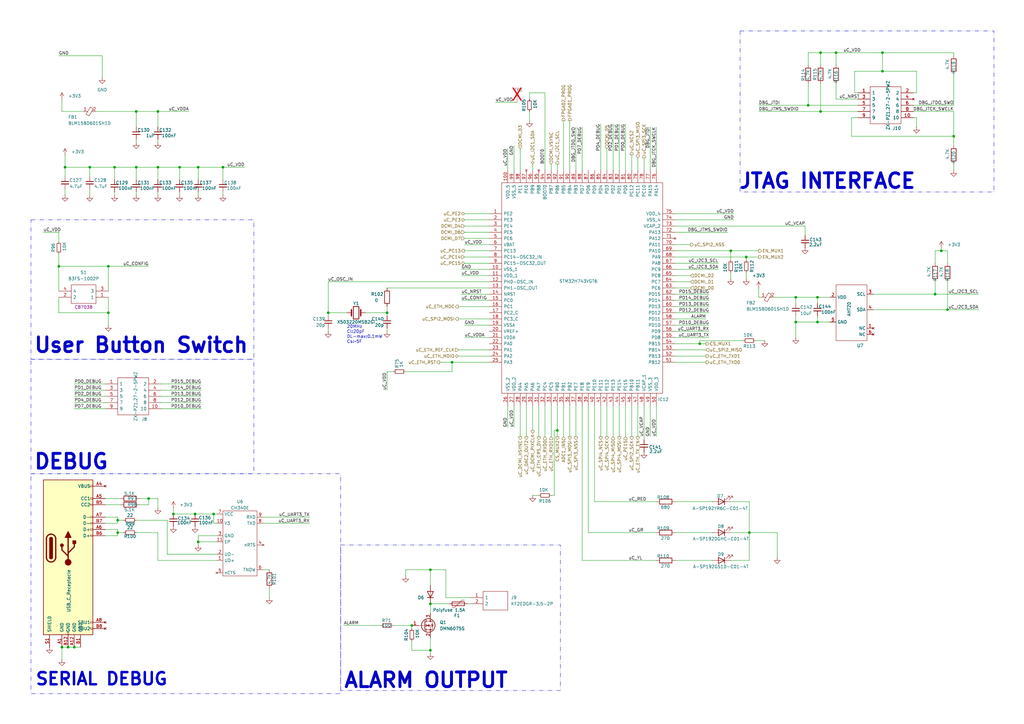
<source format=kicad_sch>
(kicad_sch (version 20231120) (generator "eeschema") (generator_version "8.0")
  (paper "A3")
  (title_block (title "RASBB") (date "2025-02-02") (rev "01") (company "Mina Daneshpajouh"))
  (lib_symbols
    (symbol "61301021121_1" (pin_names (offset 0.762))
      (property "Reference" "J16" (at 16.002 -14.478 0))
      (property "Value" "ZX-PZ1.27-2-5PWZ" (at 12.446 -5.08 90))
      (symbol "61301021121_1_1_0"
        (pin input line (at 0 0 0) (length 5.08) (name "1") (number "1"))
        (pin input line (at 22.86 -10.16 180) (length 5.08) (name "10") (number "10"))
        (pin input line (at 22.86 0 180) (length 5.08) (name "2") (number "2"))
        (pin input line (at 0 -2.54 0) (length 5.08) (name "3") (number "3"))
        (pin input line (at 22.86 -2.54 180) (length 5.08) (name "4") (number "4"))
        (pin input line (at 0 -5.08 0) (length 5.08) (name "5") (number "5"))
        (pin input line (at 22.86 -5.08 180) (length 5.08) (name "6") (number "6"))
        (pin input line (at 0 -7.62 0) (length 5.08) (name "7") (number "7"))
        (pin input line (at 22.86 -7.62 180) (length 5.08) (name "8") (number "8"))
        (pin input line (at 0 -10.16 0) (length 5.08) (name "9") (number "9"))
      )
    )
    (symbol "Connector:TestPoint" (pin_numbers hide) (pin_names (offset 0.762) hide)
      (property "Reference" "TP" (at 0 6.858 0))
      (property "Value" "TestPoint" (at 0 5.08 0))
      (symbol "TestPoint_1_1"
        (pin passive line (at 0 0 90) (length 2.54) (name "1") (number "1"))
      )
    )
    (symbol "Connector:USB_C_Receptacle" (pin_names (offset 1.016))
      (property "Value" "USB_C_Receptacle" (at 0.254 -17.526 90))
      (symbol "USB_C_Receptacle_1_1"
        (pin passive line (at -2.54 -40.64 90) (length 5.08) (name "GND") (number "A1"))
        (pin passive line (at 2.54 -40.64 90) (length 5.08) (name "GND") (number "A12"))
        (pin no_connect line (at 15.24 25.4 180) (length 5.08) (name "VBUS") (number "A4"))
        (pin bidirectional line (at 15.24 20.32 180) (length 5.08) (name "CC1") (number "A5"))
        (pin bidirectional line (at 15.24 7.62 180) (length 5.08) (name "D+") (number "A6"))
        (pin bidirectional line (at 15.24 12.7 180) (length 5.08) (name "D-") (number "A7"))
        (pin no_connect line (at 15.24 -30.48 180) (length 5.08) (name "SBU1") (number "A8"))
        (pin no_connect line (at 15.24 25.4 180) (length 5.08) hide (name "VBUS") (number "A9"))
        (pin passive line (at 5.08 -40.64 90) (length 5.08) (name "GND") (number "B1"))
        (pin passive line (at 0 -40.64 90) (length 5.08) (name "GND") (number "B12"))
        (pin no_connect line (at 15.24 22.86 180) (length 5.08) hide (name "VBUS") (number "B4"))
        (pin bidirectional line (at 15.24 17.78 180) (length 5.08) (name "CC2") (number "B5"))
        (pin bidirectional line (at 15.24 5.08 180) (length 5.08) (name "D+") (number "B6"))
        (pin bidirectional line (at 15.24 10.16 180) (length 5.08) (name "D-") (number "B7"))
        (pin no_connect line (at 15.24 -33.02 180) (length 5.08) (name "SBU2") (number "B8"))
        (pin no_connect line (at 15.24 22.86 180) (length 5.08) hide (name "VBUS") (number "B9"))
        (pin passive line (at -7.62 -40.64 90) (length 5.08) (name "SHIELD") (number "S1"))
      )
    )
    (symbol "Device:C_Small" (pin_numbers hide) (pin_names (offset 0.254) hide)
      (property "Reference" "C" (at 0.254 1.778 0))
      (property "Value" "C_Small" (at 0.254 -2.032 0))
      (symbol "C_Small_1_1"
        (pin passive line (at 0 2.54 270) (length 2.032) (name "~") (number "1"))
        (pin passive line (at 0 -2.54 90) (length 2.032) (name "~") (number "2"))
      )
    )
    (symbol "Device:Crystal" (pin_numbers hide) (pin_names (offset 1.016) hide)
      (property "Reference" "Y" (at 0 3.81 0))
      (property "Value" "Crystal" (at 0 -3.81 0))
      (symbol "Crystal_1_1"
        (pin passive line (at -3.81 0 0) (length 1.27) (name "1") (number "1"))
        (pin passive line (at 3.81 0 180) (length 1.27) (name "2") (number "2"))
      )
    )
    (symbol "Device:LED" (pin_numbers hide) (pin_names (offset 1.016) hide)
      (property "Reference" "D" (at 0 2.54 0))
      (property "Value" "LED" (at 0 -2.54 0))
      (symbol "LED_1_1"
        (pin passive line (at -3.81 0 0) (length 2.54) (name "K") (number "1"))
        (pin passive line (at 3.81 0 180) (length 2.54) (name "A") (number "2"))
      )
    )
    (symbol "Device:Polyfuse" (pin_numbers hide) (pin_names (offset 0))
      (property "Reference" "F" (at -2.54 0 90))
      (property "Value" "Polyfuse" (at 2.54 0 90))
      (symbol "Polyfuse_1_1"
        (pin passive line (at 0 3.81 270) (length 1.27) (name "~") (number "1"))
        (pin passive line (at 0 -3.81 90) (length 1.27) (name "~") (number "2"))
      )
    )
    (symbol "Device:R" (pin_numbers hide) (pin_names (offset 0))
      (property "Reference" "R" (at 2.032 0 90))
      (property "Value" "R" (at 0 0 90))
      (symbol "R_1_1"
        (pin passive line (at 0 3.81 270) (length 1.27) (name "~") (number "1"))
        (pin passive line (at 0 -3.81 90) (length 1.27) (name "~") (number "2"))
      )
    )
    (symbol "Device:R_Small" (pin_numbers hide) (pin_names (offset 0.254) hide)
      (property "Reference" "R" (at 0.762 0.508 0))
      (property "Value" "R_Small" (at 0.762 -1.016 0))
      (symbol "R_Small_1_1"
        (pin passive line (at 0 2.54 270) (length 0.762) (name "~") (number "1"))
        (pin passive line (at 0 -2.54 90) (length 0.762) (name "~") (number "2"))
      )
    )
    (symbol "Diode:1N5401" (pin_numbers hide) (pin_names hide)
      (property "Reference" "D" (at 0 2.54 0))
      (property "Value" "1N5401" (at 0 -2.54 0))
      (symbol "1N5401_1_1"
        (pin passive line (at -3.81 0 0) (length 2.54) (name "K") (number "1"))
        (pin passive line (at 3.81 0 180) (length 2.54) (name "A") (number "2"))
      )
    )
    (symbol "LOGW_Library:61301021121" (pin_names (offset 0.762))
      (property "Reference" "J1" (at 11.43 7.62 0))
      (property "Value" "61301021121" (at 11.43 5.08 0))
      (symbol "61301021121_1_0"
        (pin power_in line (at 0 0 0) (length 5.08) (name "1") (number "1"))
        (pin power_in line (at 22.86 -10.16 180) (length 5.08) (name "10") (number "10"))
        (pin power_in line (at 22.86 0 180) (length 5.08) (name "2") (number "2"))
        (pin output line (at 0 -2.54 0) (length 5.08) (name "3") (number "3"))
        (pin no_connect line (at 22.86 -2.54 180) (length 5.08) (name "4") (number "4"))
        (pin output line (at 0 -5.08 0) (length 5.08) (name "5") (number "5"))
        (pin input line (at 22.86 -5.08 180) (length 5.08) (name "6") (number "6"))
        (pin input line (at 0 -7.62 0) (length 5.08) (name "7") (number "7"))
        (pin output line (at 22.86 -7.62 180) (length 5.08) (name "8") (number "8"))
        (pin input line (at 0 -10.16 0) (length 5.08) (name "9") (number "9"))
      )
    )
    (symbol "RASBB_Library:691305140002" (pin_names (offset 0.762))
      (property "Reference" "J" (at 16.51 7.62 0))
      (property "Value" "691305140002" (at 16.51 5.08 0))
      (symbol "691305140002_0_0"
        (pin passive line (at 0 0 0) (length 5.08) (name "1") (number "1"))
        (pin passive line (at 0 -2.54 0) (length 5.08) (name "2") (number "2"))
      )
    )
    (symbol "RASBB_Library:AHT20"
      (property "Reference" "U" (at 8.128 -15.494 0))
      (property "Value" "AHT20" (at 0 0 0))
      (property "Mfr. Part # " "AHT20" (at 0 0 0))
      (property "LCSC Part # " "C2757850" (at 0 0 0))
      (symbol "AHT20_1_1"
        (pin no_connect line (at 11.43 -7.62 180) (length 2.54) (name "NC") (number "1"))
        (pin power_in line (at -6.35 5.08 0) (length 2.54) (name "VDD") (number "2"))
        (pin passive line (at 11.43 6.35 180) (length 2.54) (name "SCL") (number "3"))
        (pin passive line (at 11.43 0 180) (length 2.54) (name "SDA") (number "4"))
        (pin passive line (at -6.35 -5.08 0) (length 2.54) (name "GND") (number "5"))
        (pin no_connect line (at 11.43 -10.16 180) (length 2.54) (name "NC") (number "6"))
      )
    )
    (symbol "RASBB_Library:B3FS-1002P" (pin_names (offset 0.762))
      (property "Reference" "S" (at 16.51 7.62 0))
      (property "Value" "B3FS-1002P" (at 16.51 5.08 0))
      (symbol "B3FS-1002P_0_0"
        (pin passive line (at 20.32 -2.54 180) (length 5.08) (name "1") (number "1"))
        (pin passive line (at 0 -2.54 0) (length 5.08) (name "2") (number "2"))
        (pin passive line (at 20.32 0 180) (length 5.08) (name "3") (number "3"))
        (pin passive line (at 0 0 0) (length 5.08) (name "4") (number "4"))
      )
    )
    (symbol "RASBB_Library:BLM15BD601SH1D" (pin_names (offset 0.762))
      (property "Reference" "FB1" (at 16.51 0.0001 0))
      (property "Value" "BLM15BD601SH1D" (at 16.51 -2.5399 0))
      (symbol "BLM15BD601SH1D_1_1"
        (pin passive line (at 7.62 0 0) (length 1.27) (name "~") (number "1"))
        (pin passive line (at 12.7 0 180) (length 1.27) (name "~") (number "2"))
      )
    )
    (symbol "RASBB_Library:CH340E"
      (property "Reference" "U6" (at 3.175 8.89 0))
      (property "Value" "CH340E" (at 3.175 6.35 0))
      (symbol "CH340E_1_1"
        (pin bidirectional line (at -6.35 -15.24 0) (length 2.54) (name "UD+") (number "1"))
        (pin power_in line (at -6.35 0 0) (length 2.54) (name "V3") (number "10"))
        (pin passive line (at -6.35 -7.62 0) (length 2.54) (name "EP") (number "11"))
        (pin bidirectional line (at -6.35 -12.7 0) (length 2.54) (name "UD-") (number "2"))
        (pin passive line (at -6.35 -5.08 0) (length 2.54) (name "GND") (number "3"))
        (pin no_connect line (at 12.7 -8.89 180) (length 2.54) (name "nRTS") (number "4"))
        (pin no_connect line (at -6.35 -20.32 0) (length 2.54) (name "nCTS") (number "5"))
        (pin passive line (at 12.7 -19.05 180) (length 2.54) (name "TNOW") (number "6"))
        (pin power_in line (at -6.35 3.81 0) (length 2.54) (name "VCC") (number "7"))
        (pin output line (at 12.7 0 180) (length 2.54) (name "TXD") (number "8"))
        (pin input line (at 12.7 2.54 180) (length 2.54) (name "RXD") (number "9"))
      )
    )
    (symbol "RASBB_Library:STM32H743VGT6" (pin_names (offset 0.762))
      (property "Reference" "IC12" (at 71.374 -76.2 0))
      (property "Value" "STM32H743VGT6" (at 36.576 -27.686 0))
      (symbol "STM32H743VGT6_0_0"
        (pin passive line (at 0 0 0) (length 5.08) (name "PE2") (number "1"))
        (pin passive line (at 0 -22.86 0) (length 5.08) (name "VSS_1") (number "10"))
        (pin passive line (at 7.62 17.78 270) (length 5.08) (name "VDD_5") (number "100"))
        (pin passive line (at 0 -25.4 0) (length 5.08) (name "VDD_1") (number "11"))
        (pin passive line (at 0 -27.94 0) (length 5.08) (name "PH0-OSC_IN") (number "12"))
        (pin passive line (at 0 -30.48 0) (length 5.08) (name "PH1-OSC_OUT") (number "13"))
        (pin passive line (at 0 -33.02 0) (length 5.08) (name "NRST") (number "14"))
        (pin passive line (at 0 -35.56 0) (length 5.08) (name "PC0") (number "15"))
        (pin passive line (at 0 -38.1 0) (length 5.08) (name "PC1") (number "16"))
        (pin unspecified line (at 0 -40.64 0) (length 5.08) (name "PC2_C") (number "17"))
        (pin passive line (at 0 -43.18 0) (length 5.08) (name "PC3_C") (number "18"))
        (pin passive line (at 0 -45.72 0) (length 5.08) (name "VSSA") (number "19"))
        (pin passive line (at 0 -2.54 0) (length 5.08) (name "PE3") (number "2"))
        (pin unspecified line (at 0 -48.26 0) (length 5.08) (name "VREF+") (number "20"))
        (pin passive line (at 0 -50.8 0) (length 5.08) (name "VDDA") (number "21"))
        (pin unspecified line (at 0 -53.34 0) (length 5.08) (name "PA0") (number "22"))
        (pin passive line (at 0 -55.88 0) (length 5.08) (name "PA1") (number "23"))
        (pin passive line (at 0 -58.42 0) (length 5.08) (name "PA2") (number "24"))
        (pin passive line (at 0 -60.96 0) (length 5.08) (name "PA3") (number "25"))
        (pin passive line (at 7.62 -78.74 90) (length 5.08) (name "VSS_2") (number "26"))
        (pin passive line (at 10.16 -78.74 90) (length 5.08) (name "VDD_2") (number "27"))
        (pin passive line (at 12.7 -78.74 90) (length 5.08) (name "PA4") (number "28"))
        (pin passive line (at 15.24 -78.74 90) (length 5.08) (name "PA5") (number "29"))
        (pin passive line (at 0 -5.08 0) (length 5.08) (name "PE4") (number "3"))
        (pin passive line (at 17.78 -78.74 90) (length 5.08) (name "PA6") (number "30"))
        (pin passive line (at 20.32 -78.74 90) (length 5.08) (name "PA7") (number "31"))
        (pin passive line (at 22.86 -78.74 90) (length 5.08) (name "PC4") (number "32"))
        (pin passive line (at 25.4 -78.74 90) (length 5.08) (name "PC5") (number "33"))
        (pin passive line (at 27.94 -78.74 90) (length 5.08) (name "PB0") (number "34"))
        (pin passive line (at 30.48 -78.74 90) (length 5.08) (name "PB1") (number "35"))
        (pin passive line (at 33.02 -78.74 90) (length 5.08) (name "PB2") (number "36"))
        (pin passive line (at 35.56 -78.74 90) (length 5.08) (name "PE7") (number "37"))
        (pin passive line (at 38.1 -78.74 90) (length 5.08) (name "PE8") (number "38"))
        (pin passive line (at 40.64 -78.74 90) (length 5.08) (name "PE9") (number "39"))
        (pin passive line (at 0 -7.62 0) (length 5.08) (name "PE5") (number "4"))
        (pin passive line (at 43.18 -78.74 90) (length 5.08) (name "PE10") (number "40"))
        (pin passive line (at 45.72 -78.74 90) (length 5.08) (name "PE11") (number "41"))
        (pin passive line (at 48.26 -78.74 90) (length 5.08) (name "PE12") (number "42"))
        (pin passive line (at 50.8 -78.74 90) (length 5.08) (name "PE13") (number "43"))
        (pin passive line (at 53.34 -78.74 90) (length 5.08) (name "PE14") (number "44"))
        (pin passive line (at 55.88 -78.74 90) (length 5.08) (name "PE15") (number "45"))
        (pin passive line (at 58.42 -78.74 90) (length 5.08) (name "PB10") (number "46"))
        (pin passive line (at 60.96 -78.74 90) (length 5.08) (name "PB11") (number "47"))
        (pin passive line (at 63.5 -78.74 90) (length 5.08) (name "VCAP_1") (number "48"))
        (pin passive line (at 66.04 -78.74 90) (length 5.08) (name "VSS_3") (number "49"))
        (pin passive line (at 0 -10.16 0) (length 5.08) (name "PE6") (number "5"))
        (pin passive line (at 68.58 -78.74 90) (length 5.08) (name "VDD_3") (number "50"))
        (pin passive line (at 76.2 -60.96 180) (length 5.08) (name "PB12") (number "51"))
        (pin passive line (at 76.2 -58.42 180) (length 5.08) (name "PB13") (number "52"))
        (pin passive line (at 76.2 -55.88 180) (length 5.08) (name "PB14") (number "53"))
        (pin passive line (at 76.2 -53.34 180) (length 5.08) (name "PB15") (number "54"))
        (pin passive line (at 76.2 -50.8 180) (length 5.08) (name "PD8") (number "55"))
        (pin passive line (at 76.2 -48.26 180) (length 5.08) (name "PD9") (number "56"))
        (pin passive line (at 76.2 -45.72 180) (length 5.08) (name "PD10") (number "57"))
        (pin passive line (at 76.2 -43.18 180) (length 5.08) (name "PD11") (number "58"))
        (pin passive line (at 76.2 -40.64 180) (length 5.08) (name "PD12") (number "59"))
        (pin passive line (at 0 -12.7 0) (length 5.08) (name "VBAT") (number "6"))
        (pin passive line (at 76.2 -38.1 180) (length 5.08) (name "PD13") (number "60"))
        (pin passive line (at 76.2 -35.56 180) (length 5.08) (name "PD14") (number "61"))
        (pin passive line (at 76.2 -33.02 180) (length 5.08) (name "PD15") (number "62"))
        (pin passive line (at 76.2 -30.48 180) (length 5.08) (name "PC6") (number "63"))
        (pin passive line (at 76.2 -27.94 180) (length 5.08) (name "PC7") (number "64"))
        (pin passive line (at 76.2 -25.4 180) (length 5.08) (name "PC8") (number "65"))
        (pin passive line (at 76.2 -22.86 180) (length 5.08) (name "PC9") (number "66"))
        (pin passive line (at 76.2 -20.32 180) (length 5.08) (name "PA8") (number "67"))
        (pin passive line (at 76.2 -17.78 180) (length 5.08) (name "PA9") (number "68"))
        (pin passive line (at 76.2 -15.24 180) (length 5.08) (name "PA10") (number "69"))
        (pin passive line (at 0 -15.24 0) (length 5.08) (name "PC13") (number "7"))
        (pin passive line (at 76.2 -12.7 180) (length 5.08) (name "PA11") (number "70"))
        (pin no_connect line (at 76.2 -10.16 180) (length 5.08) (name "PA12") (number "71"))
        (pin passive line (at 76.2 -7.62 180) (length 5.08) (name "PA13") (number "72"))
        (pin passive line (at 76.2 -5.08 180) (length 5.08) (name "VCAP_2") (number "73"))
        (pin passive line (at 76.2 -2.54 180) (length 5.08) (name "VSS_4") (number "74"))
        (pin passive line (at 76.2 0 180) (length 5.08) (name "VDD_4") (number "75"))
        (pin passive line (at 68.58 17.78 270) (length 5.08) (name "PA14") (number "76"))
        (pin passive line (at 66.04 17.78 270) (length 5.08) (name "PA15") (number "77"))
        (pin passive line (at 63.5 17.78 270) (length 5.08) (name "PC10") (number "78"))
        (pin passive line (at 60.96 17.78 270) (length 5.08) (name "PC11") (number "79"))
        (pin passive line (at 0 -17.78 0) (length 5.08) (name "PC14-OSC32_IN") (number "8"))
        (pin passive line (at 55.88 17.78 270) (length 5.08) (name "PD0") (number "81"))
        (pin passive line (at 53.34 17.78 270) (length 5.08) (name "PD1") (number "82"))
        (pin passive line (at 50.8 17.78 270) (length 5.08) (name "PD2") (number "83"))
        (pin passive line (at 48.26 17.78 270) (length 5.08) (name "PD3") (number "84"))
        (pin passive line (at 45.72 17.78 270) (length 5.08) (name "PD4") (number "85"))
        (pin output line (at 43.18 17.78 270) (length 5.08) (name "PD5") (number "86"))
        (pin output line (at 40.64 17.78 270) (length 5.08) (name "PD6") (number "87"))
        (pin passive line (at 38.1 17.78 270) (length 5.08) (name "PD7") (number "88"))
        (pin passive line (at 0 -20.32 0) (length 5.08) (name "PC15-OSC32_OUT") (number "9"))
        (pin output line (at 33.02 17.78 270) (length 5.08) (name "PB4") (number "90"))
        (pin output line (at 30.48 17.78 270) (length 5.08) (name "PB5") (number "91"))
        (pin passive line (at 27.94 17.78 270) (length 5.08) (name "PB6") (number "92"))
        (pin passive line (at 25.4 17.78 270) (length 5.08) (name "PB7") (number "93"))
        (pin passive line (at 22.86 17.78 270) (length 5.08) (name "BOOT0") (number "94"))
        (pin no_connect line (at 20.32 17.78 270) (length 5.08) (name "PB8") (number "95"))
        (pin passive line (at 17.78 17.78 270) (length 5.08) (name "PB9") (number "96"))
        (pin no_connect line (at 15.24 17.78 270) (length 5.08) (name "PE0") (number "97"))
        (pin passive line (at 12.7 17.78 270) (length 5.08) (name "PE1") (number "98"))
        (pin passive line (at 10.16 17.78 270) (length 5.08) (name "VSS_5") (number "99"))
      )
      (symbol "STM32H743VGT6_1_0"
        (pin output line (at 58.42 17.78 270) (length 5.08) (name "PC12") (number "80"))
        (pin output line (at 35.56 17.78 270) (length 5.08) (name "PB3") (number "89"))
      )
    )
    (symbol "Transistor_FET:DMN6075S" (pin_names hide)
      (property "Reference" "Q" (at 5.08 1.905 0))
      (property "Value" "DMN6075S" (at 5.08 0 0))
      (symbol "DMN6075S_1_1"
        (pin input line (at -5.08 0 0) (length 2.54) (name "G") (number "1"))
        (pin passive line (at 2.54 -5.08 90) (length 2.54) (name "S") (number "2"))
        (pin passive line (at 2.54 5.08 270) (length 2.54) (name "D") (number "3"))
      )
    )
    (symbol "power:+3.3V" (power) (pin_numbers hide) (pin_names (offset 0) hide)
      (property "Value" "+3.3V" (at 0 3.556 0))
      (symbol "+3.3V_1_1"
        (pin power_in line (at 0 0 90) (length 0) (name "~") (number "1"))
      )
    )
    (symbol "power:GND" (power) (pin_numbers hide) (pin_names (offset 0) hide)
      (property "Value" "GND" (at 0 -3.81 0))
      (symbol "GND_1_1"
        (pin power_in line (at 0 0 270) (length 0) (name "~") (number "1"))
      )
    )
  )
  (junction (at 335.28 121.92))
  (junction (at 60.96 204.47))
  (junction (at 386.08 102.87))
  (junction (at 48.26 213.36))
  (junction (at 30.48 265.43))
  (junction (at 87.63 210.82))
  (junction (at 25.4 265.43))
  (junction (at 306.07 105.41))
  (junction (at 44.45 128.27))
  (junction (at 335.28 132.08))
  (junction (at 383.54 120.65))
  (junction (at 36.83 68.58))
  (junction (at 134.62 128.27))
  (junction (at 158.75 128.27))
  (junction (at 81.28 68.58))
  (junction (at 168.91 256.54))
  (junction (at 71.12 210.82))
  (junction (at 336.55 21.59))
  (junction (at 176.53 247.65))
  (junction (at 80.01 210.82))
  (junction (at 228.6 176.53))
  (junction (at 299.72 102.87))
  (junction (at 24.13 109.22))
  (junction (at 64.77 45.72))
  (junction (at 391.16 55.88))
  (junction (at 361.95 29.21))
  (junction (at 185.42 148.59))
  (junction (at 331.47 43.18))
  (junction (at 326.39 121.92))
  (junction (at 176.53 233.68))
  (junction (at 361.95 21.59))
  (junction (at 64.77 68.58))
  (junction (at 342.9 21.59))
  (junction (at 73.66 68.58))
  (junction (at 27.94 265.43))
  (junction (at 44.45 109.22))
  (junction (at 55.88 45.72))
  (junction (at 46.99 68.58))
  (junction (at 388.62 127))
  (junction (at 336.55 45.72))
  (junction (at 287.02 140.97))
  (junction (at 48.26 218.44))
  (junction (at 307.34 218.44))
  (junction (at 26.67 68.58))
  (junction (at 326.39 132.08))
  (junction (at 55.88 68.58))
  (junction (at 91.44 68.58))
  (junction (at 81.28 222.25))
  (junction (at 176.53 266.7))
  (wire (pts (xy 351.79 38.1) (xy 350.52 38.1)))
  (wire (pts (xy 388.62 102.87) (xy 388.62 107.95)))
  (wire (pts (xy 168.91 266.7) (xy 176.53 266.7)))
  (wire (pts (xy 227.33 176.53) (xy 228.6 176.53)))
  (wire (pts (xy 375.92 48.26) (xy 375.92 52.07)))
  (wire (pts (xy 276.86 92.71) (xy 330.2 92.71)))
  (wire (pts (xy 361.95 29.21) (xy 375.92 29.21)))
  (wire (pts (xy 185.42 148.59) (xy 200.66 148.59)))
  (wire (pts (xy 187.96 130.81) (xy 200.66 130.81)))
  (wire (pts (xy 213.36 166.37) (xy 213.36 179.07)))
  (wire (pts (xy 375.92 38.1) (xy 374.65 38.1)))
  (wire (pts (xy 283.21 115.57) (xy 276.86 115.57)))
  (wire (pts (xy 48.26 213.36) (xy 50.8 213.36)))
  (wire (pts (xy 189.23 113.03) (xy 200.66 113.03)))
  (wire (pts (xy 49.53 204.47) (xy 43.18 204.47)))
  (wire (pts (xy 223.52 166.37) (xy 223.52 179.07)))
  (wire (pts (xy 228.6 67.31) (xy 228.6 69.85)))
  (wire (pts (xy 24.13 128.27) (xy 44.45 128.27)))
  (wire (pts (xy 190.5 95.25) (xy 200.66 95.25)))
  (wire (pts (xy 49.53 207.01) (xy 43.18 207.01)))
  (wire (pts (xy 383.54 102.87) (xy 383.54 107.95)))
  (wire (pts (xy 218.44 67.31) (xy 218.44 69.85)))
  (wire (pts (xy 189.23 123.19) (xy 200.66 123.19)))
  (wire (pts (xy 176.53 266.7) (xy 176.53 261.62)))
  (wire (pts (xy 107.95 233.68) (xy 110.49 233.68)))
  (wire (pts (xy 187.96 146.05) (xy 200.66 146.05)))
  (wire (pts (xy 213.36 60.96) (xy 213.36 69.85)))
  (wire (pts (xy 276.86 90.17) (xy 300.99 90.17)))
  (wire (pts (xy 246.38 166.37) (xy 246.38 179.07)))
  (wire (pts (xy 266.7 52.07) (xy 266.7 69.85)))
  (wire (pts (xy 44.45 109.22) (xy 60.96 109.22)))
  (wire (pts (xy 43.18 217.17) (xy 48.26 217.17)))
  (wire (pts (xy 46.99 68.58) (xy 55.88 68.58)))
  (wire (pts (xy 91.44 68.58) (xy 91.44 73.66)))
  (wire (pts (xy 66.04 165.1) (xy 82.55 165.1)))
  (wire (pts (xy 335.28 129.54) (xy 335.28 132.08)))
  (wire (pts (xy 36.83 77.47) (xy 36.83 80.01)))
  (wire (pts (xy 218.44 203.2) (xy 220.98 203.2)))
  (wire (pts (xy 134.62 115.57) (xy 200.66 115.57)))
  (wire (pts (xy 311.15 118.11) (xy 311.15 121.92)))
  (wire (pts (xy 326.39 129.54) (xy 326.39 132.08)))
  (wire (pts (xy 228.6 166.37) (xy 228.6 176.53)))
  (wire (pts (xy 39.37 45.72) (xy 55.88 45.72)))
  (wire (pts (xy 208.28 166.37) (xy 208.28 175.26)))
  (wire (pts (xy 349.25 48.26) (xy 351.79 48.26)))
  (wire (pts (xy 81.28 68.58) (xy 91.44 68.58)))
  (wire (pts (xy 306.07 105.41) (xy 306.07 106.68)))
  (wire (pts (xy 25.4 265.43) (xy 27.94 265.43)))
  (wire (pts (xy 193.04 245.11) (xy 182.88 245.11)))
  (wire (pts (xy 166.37 233.68) (xy 176.53 233.68)))
  (wire (pts (xy 350.52 38.1) (xy 350.52 29.21)))
  (wire (pts (xy 25.4 45.72) (xy 34.29 45.72)))
  (wire (pts (xy 283.21 113.03) (xy 276.86 113.03)))
  (wire (pts (xy 330.2 92.71) (xy 330.2 96.52)))
  (wire (pts (xy 306.07 111.76) (xy 306.07 114.3)))
  (wire (pts (xy 48.26 213.36) (xy 48.26 214.63)))
  (wire (pts (xy 71.12 208.28) (xy 71.12 210.82)))
  (wire (pts (xy 55.88 218.44) (xy 64.77 218.44)))
  (wire (pts (xy 383.54 115.57) (xy 383.54 120.65)))
  (wire (pts (xy 336.55 34.29) (xy 336.55 45.72)))
  (wire (pts (xy 241.3 218.44) (xy 269.24 218.44)))
  (wire (pts (xy 44.45 128.27) (xy 44.45 121.92)))
  (wire (pts (xy 166.37 233.68) (xy 166.37 236.22)))
  (wire (pts (xy 190.5 97.79) (xy 200.66 97.79)))
  (wire (pts (xy 189.23 120.65) (xy 200.66 120.65)))
  (wire (pts (xy 182.88 233.68) (xy 176.53 233.68)))
  (wire (pts (xy 88.9 210.82) (xy 87.63 210.82)))
  (wire (pts (xy 388.62 127) (xy 401.32 127)))
  (wire (pts (xy 299.72 205.74) (xy 307.34 205.74)))
  (wire (pts (xy 326.39 121.92) (xy 326.39 124.46)))
  (wire (pts (xy 81.28 80.01) (xy 81.28 78.74)))
  (wire (pts (xy 158.75 125.73) (xy 158.75 128.27)))
  (wire (pts (xy 176.53 247.65) (xy 176.53 251.46)))
  (wire (pts (xy 107.95 212.09) (xy 127 212.09)))
  (wire (pts (xy 276.86 125.73) (xy 290.83 125.73)))
  (wire (pts (xy 269.24 166.37) (xy 269.24 179.07)))
  (wire (pts (xy 30.48 162.56) (xy 43.18 162.56)))
  (wire (pts (xy 64.77 80.01) (xy 64.77 78.74)))
  (wire (pts (xy 110.49 245.11) (xy 110.49 241.3)))
  (wire (pts (xy 134.62 128.27) (xy 134.62 129.54)))
  (wire (pts (xy 299.72 218.44) (xy 307.34 218.44)))
  (wire (pts (xy 307.34 218.44) (xy 318.77 218.44)))
  (wire (pts (xy 73.66 80.01) (xy 73.66 78.74)))
  (wire (pts (xy 231.14 49.53) (xy 231.14 69.85)))
  (wire (pts (xy 158.75 160.02) (xy 158.75 152.4)))
  (wire (pts (xy 66.04 167.64) (xy 82.55 167.64)))
  (wire (pts (xy 134.62 135.89) (xy 134.62 134.62)))
  (wire (pts (xy 375.92 29.21) (xy 375.92 38.1)))
  (wire (pts (xy 358.14 120.65) (xy 383.54 120.65)))
  (wire (pts (xy 335.28 121.92) (xy 340.36 121.92)))
  (wire (pts (xy 276.86 205.74) (xy 292.1 205.74)))
  (wire (pts (xy 259.08 166.37) (xy 259.08 179.07)))
  (wire (pts (xy 27.94 265.43) (xy 30.48 265.43)))
  (wire (pts (xy 342.9 34.29) (xy 342.9 40.64)))
  (wire (pts (xy 391.16 55.88) (xy 391.16 59.69)))
  (wire (pts (xy 60.96 204.47) (xy 64.77 204.47)))
  (wire (pts (xy 276.86 123.19) (xy 290.83 123.19)))
  (wire (pts (xy 248.92 166.37) (xy 248.92 179.07)))
  (wire (pts (xy 190.5 133.35) (xy 200.66 133.35)))
  (wire (pts (xy 134.62 128.27) (xy 142.24 128.27)))
  (wire (pts (xy 276.86 120.65) (xy 290.83 120.65)))
  (wire (pts (xy 243.84 166.37) (xy 243.84 205.74)))
  (wire (pts (xy 60.96 204.47) (xy 60.96 207.01)))
  (wire (pts (xy 64.77 204.47) (xy 64.77 208.28)))
  (wire (pts (xy 391.16 67.31) (xy 391.16 69.85)))
  (wire (pts (xy 149.86 128.27) (xy 158.75 128.27)))
  (wire (pts (xy 55.88 213.36) (xy 68.58 213.36)))
  (wire (pts (xy 276.86 143.51) (xy 289.56 143.51)))
  (wire (pts (xy 215.9 166.37) (xy 215.9 179.07)))
  (wire (pts (xy 48.26 212.09) (xy 48.26 213.36)))
  (wire (pts (xy 217.17 38.1) (xy 217.17 40.64)))
  (wire (pts (xy 317.5 121.92) (xy 326.39 121.92)))
  (wire (pts (xy 342.9 40.64) (xy 351.79 40.64)))
  (wire (pts (xy 386.08 101.6) (xy 386.08 102.87)))
  (wire (pts (xy 361.95 21.59) (xy 391.16 21.59)))
  (wire (pts (xy 44.45 119.38) (xy 44.45 109.22)))
  (wire (pts (xy 158.75 118.11) (xy 200.66 118.11)))
  (wire (pts (xy 64.77 45.72) (xy 64.77 52.07)))
  (wire (pts (xy 358.14 127) (xy 388.62 127)))
  (wire (pts (xy 190.5 90.17) (xy 200.66 90.17)))
  (wire (pts (xy 36.83 68.58) (xy 36.83 72.39)))
  (wire (pts (xy 335.28 121.92) (xy 335.28 124.46)))
  (wire (pts (xy 24.13 95.25) (xy 24.13 99.06)))
  (wire (pts (xy 383.54 120.65) (xy 401.32 120.65)))
  (wire (pts (xy 30.48 160.02) (xy 43.18 160.02)))
  (wire (pts (xy 218.44 166.37) (xy 218.44 176.53)))
  (wire (pts (xy 190.5 105.41) (xy 200.66 105.41)))
  (wire (pts (xy 261.62 166.37) (xy 261.62 179.07)))
  (wire (pts (xy 91.44 80.01) (xy 91.44 78.74)))
  (wire (pts (xy 228.6 176.53) (xy 228.6 179.07)))
  (wire (pts (xy 287.02 139.7) (xy 304.8 139.7)))
  (wire (pts (xy 17.78 95.25) (xy 24.13 95.25)))
  (wire (pts (xy 276.86 148.59) (xy 289.56 148.59)))
  (wire (pts (xy 287.02 140.97) (xy 287.02 139.7)))
  (wire (pts (xy 26.67 68.58) (xy 26.67 72.39)))
  (wire (pts (xy 182.88 245.11) (xy 182.88 233.68)))
  (wire (pts (xy 311.15 43.18) (xy 331.47 43.18)))
  (wire (pts (xy 25.4 270.51) (xy 25.4 265.43)))
  (wire (pts (xy 283.21 100.33) (xy 276.86 100.33)))
  (wire (pts (xy 336.55 21.59) (xy 336.55 26.67)))
  (wire (pts (xy 55.88 45.72) (xy 55.88 52.07)))
  (wire (pts (xy 391.16 21.59) (xy 391.16 22.86)))
  (wire (pts (xy 41.91 22.86) (xy 41.91 31.75)))
  (wire (pts (xy 299.72 102.87) (xy 299.72 106.68)))
  (wire (pts (xy 48.26 219.71) (xy 43.18 219.71)))
  (wire (pts (xy 68.58 227.33) (xy 88.9 227.33)))
  (wire (pts (xy 311.15 45.72) (xy 336.55 45.72)))
  (wire (pts (xy 312.42 121.92) (xy 311.15 121.92)))
  (wire (pts (xy 161.29 256.54) (xy 168.91 256.54)))
  (wire (pts (xy 309.88 139.7) (xy 313.69 139.7)))
  (wire (pts (xy 223.52 38.1) (xy 223.52 69.85)))
  (wire (pts (xy 391.16 45.72) (xy 391.16 55.88)))
  (wire (pts (xy 88.9 214.63) (xy 87.63 214.63)))
  (wire (pts (xy 55.88 80.01) (xy 55.88 78.74)))
  (wire (pts (xy 158.75 152.4) (xy 161.29 152.4)))
  (wire (pts (xy 254 166.37) (xy 254 179.07)))
  (wire (pts (xy 24.13 121.92) (xy 24.13 128.27)))
  (wire (pts (xy 246.38 50.8) (xy 246.38 69.85)))
  (wire (pts (xy 331.47 34.29) (xy 331.47 43.18)))
  (wire (pts (xy 44.45 109.22) (xy 24.13 109.22)))
  (wire (pts (xy 87.63 210.82) (xy 80.01 210.82)))
  (wire (pts (xy 48.26 214.63) (xy 43.18 214.63)))
  (wire (pts (xy 48.26 218.44) (xy 50.8 218.44)))
  (wire (pts (xy 57.15 204.47) (xy 60.96 204.47)))
  (wire (pts (xy 158.75 134.62) (xy 158.75 135.89)))
  (wire (pts (xy 276.86 95.25) (xy 298.45 95.25)))
  (wire (pts (xy 266.7 166.37) (xy 266.7 179.07)))
  (wire (pts (xy 30.48 165.1) (xy 43.18 165.1)))
  (wire (pts (xy 276.86 110.49) (xy 294.64 110.49)))
  (wire (pts (xy 276.86 107.95) (xy 294.64 107.95)))
  (wire (pts (xy 81.28 219.71) (xy 81.28 222.25)))
  (wire (pts (xy 361.95 21.59) (xy 361.95 29.21)))
  (wire (pts (xy 208.28 60.96) (xy 208.28 69.85)))
  (wire (pts (xy 168.91 262.89) (xy 168.91 266.7)))
  (wire (pts (xy 227.33 203.2) (xy 226.06 203.2)))
  (wire (pts (xy 30.48 265.43) (xy 33.02 265.43)))
  (wire (pts (xy 236.22 166.37) (xy 236.22 179.07)))
  (wire (pts (xy 87.63 214.63) (xy 87.63 210.82)))
  (wire (pts (xy 176.53 247.65) (xy 184.15 247.65)))
  (wire (pts (xy 276.86 87.63) (xy 300.99 87.63)))
  (wire (pts (xy 46.99 68.58) (xy 46.99 73.66)))
  (wire (pts (xy 231.14 166.37) (xy 231.14 179.07)))
  (wire (pts (xy 227.33 176.53) (xy 227.33 203.2)))
  (wire (pts (xy 88.9 222.25) (xy 81.28 222.25)))
  (wire (pts (xy 43.18 212.09) (xy 48.26 212.09)))
  (wire (pts (xy 391.16 55.88) (xy 349.25 55.88)))
  (wire (pts (xy 190.5 102.87) (xy 200.66 102.87)))
  (wire (pts (xy 210.82 166.37) (xy 210.82 175.26)))
  (wire (pts (xy 226.06 67.31) (xy 226.06 69.85)))
  (wire (pts (xy 342.9 21.59) (xy 342.9 26.67)))
  (wire (pts (xy 336.55 21.59) (xy 342.9 21.59)))
  (wire (pts (xy 30.48 167.64) (xy 43.18 167.64)))
  (wire (pts (xy 251.46 50.8) (xy 251.46 69.85)))
  (wire (pts (xy 25.4 40.64) (xy 25.4 45.72)))
  (wire (pts (xy 190.5 87.63) (xy 200.66 87.63)))
  (wire (pts (xy 238.76 166.37) (xy 238.76 229.87)))
  (wire (pts (xy 190.5 107.95) (xy 200.66 107.95)))
  (wire (pts (xy 383.54 102.87) (xy 386.08 102.87)))
  (wire (pts (xy 276.86 133.35) (xy 290.83 133.35)))
  (wire (pts (xy 318.77 218.44) (xy 318.77 228.6)))
  (wire (pts (xy 64.77 68.58) (xy 73.66 68.58)))
  (wire (pts (xy 259.08 63.5) (xy 259.08 69.85)))
  (wire (pts (xy 190.5 92.71) (xy 200.66 92.71)))
  (wire (pts (xy 91.44 68.58) (xy 100.33 68.58)))
  (wire (pts (xy 306.07 105.41) (xy 311.15 105.41)))
  (wire (pts (xy 251.46 166.37) (xy 251.46 179.07)))
  (wire (pts (xy 276.86 102.87) (xy 299.72 102.87)))
  (wire (pts (xy 36.83 68.58) (xy 46.99 68.58)))
  (wire (pts (xy 264.16 166.37) (xy 264.16 180.34)))
  (wire (pts (xy 331.47 21.59) (xy 331.47 26.67)))
  (wire (pts (xy 217.17 38.1) (xy 223.52 38.1)))
  (wire (pts (xy 191.77 247.65) (xy 193.04 247.65)))
  (wire (pts (xy 248.92 60.96) (xy 248.92 69.85)))
  (wire (pts (xy 220.98 166.37) (xy 220.98 179.07)))
  (wire (pts (xy 307.34 205.74) (xy 307.34 218.44)))
  (wire (pts (xy 26.67 77.47) (xy 26.67 80.01)))
  (wire (pts (xy 64.77 229.87) (xy 88.9 229.87)))
  (wire (pts (xy 185.42 152.4) (xy 185.42 148.59)))
  (wire (pts (xy 210.82 59.69) (xy 210.82 69.85)))
  (wire (pts (xy 256.54 166.37) (xy 256.54 179.07)))
  (wire (pts (xy 226.06 166.37) (xy 226.06 179.07)))
  (wire (pts (xy 374.65 43.18) (xy 391.16 43.18)))
  (wire (pts (xy 276.86 135.89) (xy 290.83 135.89)))
  (wire (pts (xy 283.21 118.11) (xy 276.86 118.11)))
  (wire (pts (xy 388.62 115.57) (xy 388.62 127)))
  (wire (pts (xy 55.88 58.42) (xy 55.88 57.15)))
  (wire (pts (xy 233.68 166.37) (xy 233.68 179.07)))
  (wire (pts (xy 299.72 229.87) (xy 307.34 229.87)))
  (wire (pts (xy 261.62 69.85) (xy 261.62 64.77)))
  (wire (pts (xy 299.72 102.87) (xy 311.15 102.87)))
  (wire (pts (xy 64.77 45.72) (xy 77.47 45.72)))
  (wire (pts (xy 276.86 105.41) (xy 306.07 105.41)))
  (wire (pts (xy 241.3 166.37) (xy 241.3 218.44)))
  (wire (pts (xy 44.45 128.27) (xy 44.45 133.35)))
  (wire (pts (xy 342.9 21.59) (xy 361.95 21.59)))
  (wire (pts (xy 276.86 218.44) (xy 292.1 218.44)))
  (wire (pts (xy 166.37 152.4) (xy 185.42 152.4)))
  (wire (pts (xy 66.04 157.48) (xy 82.55 157.48)))
  (wire (pts (xy 66.04 162.56) (xy 82.55 162.56)))
  (wire (pts (xy 46.99 80.01) (xy 46.99 78.74)))
  (wire (pts (xy 238.76 52.07) (xy 238.76 69.85)))
  (wire (pts (xy 64.77 68.58) (xy 64.77 73.66)))
  (wire (pts (xy 335.28 132.08) (xy 340.36 132.08)))
  (wire (pts (xy 73.66 68.58) (xy 81.28 68.58)))
  (wire (pts (xy 190.5 138.43) (xy 200.66 138.43)))
  (wire (pts (xy 48.26 218.44) (xy 48.26 219.71)))
  (wire (pts (xy 24.13 104.14) (xy 24.13 109.22)))
  (wire (pts (xy 176.53 233.68) (xy 176.53 240.03)))
  (wire (pts (xy 269.24 52.07) (xy 269.24 69.85)))
  (wire (pts (xy 200.66 125.73) (xy 187.96 125.73)))
  (wire (pts (xy 391.16 30.48) (xy 391.16 43.18)))
  (wire (pts (xy 326.39 132.08) (xy 326.39 138.43)))
  (wire (pts (xy 264.16 64.77) (xy 264.16 69.85)))
  (wire (pts (xy 374.65 45.72) (xy 391.16 45.72)))
  (wire (pts (xy 55.88 45.72) (xy 64.77 45.72)))
  (wire (pts (xy 276.86 138.43) (xy 290.83 138.43)))
  (wire (pts (xy 81.28 222.25) (xy 81.28 223.52)))
  (wire (pts (xy 203.2 41.91) (xy 212.09 41.91)))
  (wire (pts (xy 68.58 213.36) (xy 68.58 227.33)))
  (wire (pts (xy 26.67 68.58) (xy 36.83 68.58)))
  (wire (pts (xy 217.17 45.72) (xy 217.17 49.53)))
  (wire (pts (xy 189.23 110.49) (xy 200.66 110.49)))
  (wire (pts (xy 238.76 229.87) (xy 269.24 229.87)))
  (wire (pts (xy 243.84 205.74) (xy 269.24 205.74)))
  (wire (pts (xy 276.86 130.81) (xy 289.56 130.81)))
  (wire (pts (xy 24.13 22.86) (xy 41.91 22.86)))
  (wire (pts (xy 134.62 128.27) (xy 134.62 115.57)))
  (wire (pts (xy 331.47 21.59) (xy 336.55 21.59)))
  (wire (pts (xy 350.52 29.21) (xy 361.95 29.21)))
  (wire (pts (xy 168.91 256.54) (xy 168.91 257.81)))
  (wire (pts (xy 55.88 68.58) (xy 55.88 73.66)))
  (wire (pts (xy 187.96 143.51) (xy 200.66 143.51)))
  (wire (pts (xy 30.48 157.48) (xy 43.18 157.48)))
  (wire (pts (xy 254 50.8) (xy 254 69.85)))
  (wire (pts (xy 336.55 45.72) (xy 351.79 45.72)))
  (wire (pts (xy 276.86 140.97) (xy 287.02 140.97)))
  (wire (pts (xy 292.1 229.87) (xy 276.86 229.87)))
  (wire (pts (xy 176.53 267.97) (xy 176.53 266.7)))
  (wire (pts (xy 236.22 52.07) (xy 236.22 69.85)))
  (wire (pts (xy 326.39 121.92) (xy 335.28 121.92)))
  (wire (pts (xy 26.67 63.5) (xy 26.67 68.58)))
  (wire (pts (xy 349.25 55.88) (xy 349.25 48.26)))
  (wire (pts (xy 256.54 50.8) (xy 256.54 69.85)))
  (wire (pts (xy 64.77 58.42) (xy 64.77 57.15)))
  (wire (pts (xy 60.96 207.01) (xy 57.15 207.01)))
  (wire (pts (xy 233.68 49.53) (xy 233.68 69.85)))
  (wire (pts (xy 287.02 140.97) (xy 289.56 140.97)))
  (wire (pts (xy 73.66 68.58) (xy 73.66 73.66)))
  (wire (pts (xy 158.75 128.27) (xy 158.75 129.54)))
  (wire (pts (xy 66.04 160.02) (xy 82.55 160.02)))
  (wire (pts (xy 276.86 146.05) (xy 289.56 146.05)))
  (wire (pts (xy 71.12 210.82) (xy 80.01 210.82)))
  (wire (pts (xy 48.26 217.17) (xy 48.26 218.44)))
  (wire (pts (xy 307.34 218.44) (xy 307.34 229.87)))
  (wire (pts (xy 140.97 256.54) (xy 156.21 256.54)))
  (wire (pts (xy 386.08 102.87) (xy 388.62 102.87)))
  (wire (pts (xy 55.88 68.58) (xy 64.77 68.58)))
  (wire (pts (xy 190.5 100.33) (xy 200.66 100.33)))
  (wire (pts (xy 81.28 68.58) (xy 81.28 73.66)))
  (wire (pts (xy 299.72 114.3) (xy 299.72 111.76)))
  (wire (pts (xy 276.86 128.27) (xy 290.83 128.27)))
  (wire (pts (xy 64.77 218.44) (xy 64.77 229.87)))
  (wire (pts (xy 107.95 214.63) (xy 127 214.63)))
  (wire (pts (xy 180.34 148.59) (xy 185.42 148.59)))
  (wire (pts (xy 374.65 48.26) (xy 375.92 48.26)))
  (wire (pts (xy 331.47 43.18) (xy 351.79 43.18)))
  (wire (pts (xy 24.13 109.22) (xy 24.13 119.38)))
  (wire (pts (xy 326.39 132.08) (xy 335.28 132.08)))
  (wire (pts (xy 88.9 219.71) (xy 81.28 219.71)))
  (rectangle (start 12.7 147.32) (end 104.14 194.31) (stroke (width 0) (type dash_dot_dot)))
  (rectangle (start 12.7 90.17) (end 104.14 147.32) (stroke (width 0) (type dash_dot_dot)))
  (rectangle (start 139.7 223.52) (end 229.87 283.21) (stroke (width 0) (type dash_dot_dot)))
  (rectangle (start 303.53 12.7) (end 407.67 78.74) (stroke (width 0) (type dash_dot_dot)))
  (rectangle (start 12.7 194.31) (end 139.7 284.48) (stroke (width 0) (type dash_dot_dot)))
  (text "20MHz\nCl:20pF\nDL-max:0.1mW\nCs:~5F" (at 142.24 140.97 0) (effects (font (size 1.27 1.27)) (justify left bottom)))
  (text "DEBUG" (at 29.21 189.484 0) (effects (font (size 6 6) (thickness 1.2) (bold yes))))
  (text "SERIAL DEBUG" (at 41.656 278.638 0) (effects (font (size 5 5) (thickness 1) (bold yes))))
  (text "User Button Switch" (at 57.912 141.732 0) (effects (font (size 6 6) (thickness 1.2) (bold yes))))
  (text "ALARM OUTPUT\n" (at 174.752 279.146 0) (effects (font (size 6 6) (thickness 1.2) (bold yes))))
  (text "JTAG INTERFACE" (at 339.344 74.422 0) (effects (font (size 6 6) (thickness 1.2) (bold yes))))
  (label "PD14_DEBUG" (at 82.55 160.02 180))
  (label "uC_UART3_RX" (at 290.83 135.89 180))
  (label "uC_I2C3_SCL" (at 401.32 120.65 180))
  (label "PD12_DEBUG" (at 82.55 165.1 180))
  (label "uC_VDD" (at 300.99 87.63 180))
  (label "GND" (at 189.23 110.49 0))
  (label "PD4_DEBUG" (at 246.38 50.8 270))
  (label "GND" (at 300.99 90.17 180))
  (label "uC_VDD" (at 210.82 175.26 90))
  (label "uC_VDD" (at 353.06 21.59 180))
  (label "PD7_DEBUG" (at 238.76 52.07 270))
  (label "uC_I2C3_SCL" (at 294.64 107.95 180))
  (label "DBG_JTCK_SWCLK" (at 269.24 52.07 270))
  (label "GND" (at 266.7 179.07 90))
  (label "DBG_JTDI" (at 311.15 43.18 0))
  (label "uC_CONFIG" (at 60.96 109.22 180))
  (label "uC_VDD" (at 158.75 160.02 90))
  (label "uC_VDDA" (at 190.5 138.43 0))
  (label "ALARM" (at 140.97 256.54 0))
  (label "PD12_DEBUG" (at 290.83 128.27 180))
  (label "PD0_DEBUG" (at 256.54 50.8 270))
  (label "uC_NRST" (at 189.23 120.65 0))
  (label "ALARM" (at 289.56 130.81 180))
  (label "uC_GR" (at 257.81 218.44 0))
  (label "PD2_DEBUG" (at 251.46 50.8 270))
  (label "PD13_DEBUG" (at 82.55 162.56 180))
  (label "GND" (at 190.5 133.35 0))
  (label "uC_I2C3_SDA" (at 401.32 127 180))
  (label "PD13_DEBUG" (at 290.83 125.73 180))
  (label "uC_UART3_TX" (at 127 212.09 180))
  (label "uC_I2C3_SDA" (at 294.64 110.49 180))
  (label "DBG_JTDO_SWO" (at 391.16 43.18 180))
  (label "uC_NRST" (at 344.17 40.64 0))
  (label "uC_YL" (at 257.81 229.87 0))
  (label "BOOT0" (at 223.52 67.31 90))
  (label "PD14_DEBUG" (at 290.83 123.19 180))
  (label "uC_VDD" (at 203.2 41.91 0))
  (label "DBG_JTMS_SWDIO" (at 311.15 45.72 0))
  (label "PD7_DEBUG" (at 30.48 167.64 0))
  (label "DBG_JTDI" (at 266.7 52.07 270))
  (label "PD1_DEBUG" (at 254 50.8 270))
  (label "uC_OSC_IN" (at 144.78 115.57 180))
  (label "GND" (at 208.28 175.26 90))
  (label "PD10_DEBUG" (at 290.83 133.35 180))
  (label "uC_VDDA" (at 77.47 45.72 180))
  (label "PD0_DEBUG" (at 30.48 157.48 0))
  (label "uC_VDD" (at 269.24 179.07 90))
  (label "GND" (at 210.82 59.69 270))
  (label "GND" (at 24.13 22.86 0))
  (label "uC_VDD" (at 190.5 100.33 0))
  (label "DBG_JTMS_SWDIO" (at 298.45 95.25 180))
  (label "PD4_DEBUG" (at 30.48 165.1 0))
  (label "uC_VDD" (at 100.33 68.58 180))
  (label "DBG_JTCK_SWCLK" (at 391.16 45.72 180))
  (label "DBG_JTDO_SWO" (at 236.22 52.07 270))
  (label "PD15_DEBUG" (at 82.55 157.48 180))
  (label "PD1_DEBUG" (at 30.48 160.02 0))
  (label "uC_VDD" (at 17.78 95.25 0))
  (label "uC_VCAP" (at 264.16 179.07 90))
  (label "PD2_DEBUG" (at 30.48 162.56 0))
  (label "PD15_DEBUG" (at 290.83 120.65 180))
  (label "uC_VDD" (at 189.23 113.03 0))
  (label "uC_RED" (at 257.81 205.74 0))
  (label "uC_CONFIG" (at 189.23 123.19 0))
  (label "PD10_DEBUG" (at 82.55 167.64 180))
  (label "uC_UART3_TX" (at 290.83 138.43 180))
  (label "uC_VDD" (at 208.28 60.96 270))
  (label "uC_UART3_RX" (at 127 214.63 180))
  (label "uC_VCAP" (at 330.2 92.71 180))
  (hierarchical_label "uC_SPI2_MOSI" (shape output) (at 187.96 130.81 180))
  (hierarchical_label "uC_SPI2_MISO" (shape input) (at 289.56 143.51 0))
  (hierarchical_label "FPGA02_PROG" (shape output) (at 231.14 49.53 90))
  (hierarchical_label "uC_PC15" (shape bidirectional) (at 190.5 107.95 180))
  (hierarchical_label "EN_MUX1" (shape output) (at 311.15 102.87 0))
  (hierarchical_label "uC_PC13" (shape output) (at 190.5 102.87 180))
  (hierarchical_label "uC_SPI3_MISO" (shape input) (at 261.62 64.77 90))
  (hierarchical_label "uC_SPI4_NCS" (shape output) (at 246.38 179.07 270))
  (hierarchical_label "uC_SPI2_NSS" (shape output) (at 283.21 100.33 0))
  (hierarchical_label "uC_I2C1_SDA" (shape bidirectional) (at 218.44 67.31 90))
  (hierarchical_label "uC_ETH_TXD0" (shape output) (at 289.56 148.59 0))
  (hierarchical_label "EN_MUX2" (shape output) (at 311.15 105.41 0))
  (hierarchical_label "uC_PE15" (shape input) (at 256.54 179.07 270))
  (hierarchical_label "uC_ETH_CRS_DV" (shape output) (at 220.98 179.07 270))
  (hierarchical_label "DCMI_D2" (shape input) (at 283.21 113.03 0))
  (hierarchical_label "uC_SPI4_SCK" (shape output) (at 248.92 179.07 270))
  (hierarchical_label "uC_SPI3_MOSI" (shape output) (at 233.68 179.07 270))
  (hierarchical_label "uC_ETH_MDIO" (shape bidirectional) (at 187.96 146.05 180))
  (hierarchical_label "uC_ETH_RST" (shape output) (at 180.34 148.59 180))
  (hierarchical_label "uC_DAC2_OUT2" (shape output) (at 215.9 179.07 270))
  (hierarchical_label "uC_SPI4_MISO" (shape input) (at 251.46 179.07 270))
  (hierarchical_label "uC_NCS2" (shape output) (at 259.08 63.5 90))
  (hierarchical_label "uC_DCMI_PIXCLK" (shape output) (at 218.44 176.53 270))
  (hierarchical_label "DCMI_D5" (shape input) (at 248.92 60.96 90))
  (hierarchical_label "DCMI_VSYNC" (shape input) (at 226.06 67.31 90))
  (hierarchical_label "uC_SPI4_MOSI" (shape output) (at 254 179.07 270))
  (hierarchical_label "uC_SPI2_SCK" (shape output) (at 259.08 179.07 270))
  (hierarchical_label "uC_PE2" (shape bidirectional) (at 190.5 87.63 180))
  (hierarchical_label "ADC1_IN5" (shape input) (at 231.14 179.07 270))
  (hierarchical_label "uC_PE3" (shape bidirectional) (at 190.5 90.17 180))
  (hierarchical_label "uC_DCMI_HSYNC" (shape output) (at 213.36 179.07 270))
  (hierarchical_label "uC_ETH_REF_CLK" (shape input) (at 187.96 143.51 180))
  (hierarchical_label "uC_PC14" (shape input) (at 190.5 105.41 180))
  (hierarchical_label "uC_SPI3_SCK" (shape output) (at 264.16 64.77 90))
  (hierarchical_label "uC_ETH_MDC" (shape output) (at 187.96 125.73 180))
  (hierarchical_label "DCMI_D1" (shape input) (at 283.21 115.57 0))
  (hierarchical_label "uC_I2C1_SCL" (shape output) (at 228.6 67.31 90))
  (hierarchical_label "uC_ETH_RXD0" (shape input) (at 223.52 179.07 270))
  (hierarchical_label "DCMI_D3" (shape input) (at 213.36 60.96 90))
  (hierarchical_label "CS_MUX1" (shape output) (at 289.56 140.97 0))
  (hierarchical_label "CS_MUX2" (shape output) (at 228.6 179.07 270))
  (hierarchical_label "DCMI_D4" (shape input) (at 190.5 92.71 180))
  (hierarchical_label "uC_ETH_TXD1" (shape output) (at 289.56 146.05 0))
  (hierarchical_label "DCMI_D7" (shape input) (at 190.5 97.79 180))
  (hierarchical_label "uC_ETH_RXD1" (shape input) (at 226.06 179.07 270))
  (hierarchical_label "uC_SPI3_NSS" (shape output) (at 236.22 179.07 270))
  (hierarchical_label "DCMI_D0" (shape input) (at 283.21 118.11 0))
  (hierarchical_label "FPGA01_PROG" (shape output) (at 233.68 49.53 90))
  (hierarchical_label "DCMI_D6" (shape input) (at 190.5 95.25 180))
  (hierarchical_label "uC_ETH_TX_EN" (shape output) (at 261.62 179.07 270))
  (symbol (lib_id "Device:C_Small") (at 73.66 76.2 0) (unit 1)
    (property "Reference" "C135" (at 79.248 74.93 0) (effects (justify right)))
    (property "Value" "100nF" (at 81.28 77.216 0) (effects (justify right)))
    (property "Footprint" "Capacitor_SMD:C_0402_1005Metric" (effects (hide yes)))
    (property "Datasheet" "https://www.lcsc.com/datasheet/lcsc_datasheet_2309201533_Walsin-Tech-Corp-0402B103K100CT_C3840241.pdf" (effects (hide yes)))
    (property "Description" "10V 100nF X7R ±10% 0402 Multilayer Ceramic Capacitors MLCC - SMD/SMT ROHS" (effects (hide yes)))
    (property "Mfr. Part #" "0402B104K500CT" (effects (hide yes)))
    (property "LCSC Part #" "C152814" (effects (hide yes)))
  )
  (symbol (lib_id "Device:R") (at 391.16 26.67 180) (unit 1)
    (property "Reference" "R119" (at 391.16 25.146 90) (effects (justify left)))
    (property "Value" "4.7K" (at 388.62 24.13 90) (effects (justify left)))
    (property "Footprint" "Resistor_SMD:R_0402_1005Metric" (effects (hide yes)))
    (property "Datasheet" "https://www.lcsc.com/datasheet/lcsc_datasheet_2304140030_Walsin-Tech-Corp-WR04X4701FTL_C163826.pdf" (effects (hide yes)))
    (property "Description" "62.5mW Thick Film Resistors 50V ±100ppm/℃ ±1% 4.7kΩ 0402 Chip Resistor - Surface Mount ROHS" (effects (hide yes)))
    (property "Mfr. Part # " "WR04X4701FTL" (effects (hide yes)))
    (property "LCSC Part # " "C163826" (effects (hide yes)))
    (property "Mfr. Part #" "WR04X4701FTL" (effects (hide yes)))
    (property "LCSC Part #" "C163826" (effects (hide yes)))
  )
  (symbol (lib_id "Device:R") (at 388.62 111.76 180) (unit 1)
    (property "Reference" "R118" (at 388.62 110.236 90) (effects (justify left)))
    (property "Value" "4.7K" (at 386.08 109.22 90) (effects (justify left)))
    (property "Footprint" "Resistor_SMD:R_0402_1005Metric" (effects (hide yes)))
    (property "Datasheet" "https://www.lcsc.com/datasheet/lcsc_datasheet_2304140030_Walsin-Tech-Corp-WR04X4701FTL_C163826.pdf" (effects (hide yes)))
    (property "Description" "62.5mW Thick Film Resistors 50V ±100ppm/℃ ±1% 4.7kΩ 0402 Chip Resistor - Surface Mount ROHS" (effects (hide yes)))
    (property "Mfr. Part # " "WR04X4701FTL" (effects (hide yes)))
    (property "LCSC Part # " "C163826" (effects (hide yes)))
    (property "Mfr. Part #" "WR04X4701FTL" (effects (hide yes)))
    (property "LCSC Part #" "C163826" (effects (hide yes)))
  )
  (symbol (lib_id "Device:R") (at 273.05 218.44 90) (unit 1)
    (property "Reference" "R109" (at 274.574 216.662 90) (effects (justify left)))
    (property "Value" "270" (at 274.828 220.726 90) (effects (justify left)))
    (property "Footprint" "Resistor_SMD:R_0402_1005Metric" (effects (hide yes)))
    (property "Description" "62.5mW ±100ppm/℃ ±5% 270Ω 0402 Chip Resistor - Surface Mount ROHS" (effects (hide yes)))
    (property "Mfr. Part #  " "SR04X271JTL" (effects (hide yes)))
    (property "LCSC Part #  " "C880838" (effects (hide yes)))
    (property "LCSC Part #" "C880838" (effects (hide yes)))
    (property "Mfr. Part #" "SR04X271JTL" (effects (hide yes)))
  )
  (symbol (lib_id "power:GND") (at 73.66 80.01 0) (unit 1)
    (property "Reference" "#PWR0117" (effects (hide yes)))
    (property "Value" "GND" (effects (hide yes)))
  )
  (symbol (lib_id "Device:C_Small") (at 71.12 213.36 0) (unit 1)
    (property "Reference" "C134" (at 77.978 212.598 0) (effects (justify right)))
    (property "Value" "100nF" (at 78.74 214.376 0) (effects (justify right)))
    (property "Footprint" "Capacitor_SMD:C_0402_1005Metric" (effects (hide yes)))
    (property "Datasheet" "https://www.lcsc.com/datasheet/lcsc_datasheet_2309201533_Walsin-Tech-Corp-0402B103K100CT_C3840241.pdf" (effects (hide yes)))
    (property "Description" "10V 100nF X7R ±10% 0402 Multilayer Ceramic Capacitors MLCC - SMD/SMT ROHS" (effects (hide yes)))
    (property "Mfr. Part #" "0402B104K500CT" (effects (hide yes)))
    (property "LCSC Part #" "C152814" (effects (hide yes)))
  )
  (symbol (lib_id "power:GND") (at 391.16 69.85 0) (unit 1)
    (property "Reference" "#PWR0136" (effects (hide yes)))
    (property "Value" "GND" (effects (hide yes)))
  )
  (symbol (lib_id "power:+3.3V") (at 311.15 118.11 0) (unit 1)
    (property "Reference" "#PWR0130" (effects (hide yes)))
    (property "Value" "+3V3" (at 311.15 113.03 0))
    (property "Description" "Power symbol creates a global label with name \"+3.3V\"" (effects (hide yes)))
  )
  (symbol (lib_id "power:+3.3V") (at 26.67 63.5 0) (unit 1)
    (property "Reference" "#PWR0103" (effects (hide yes)))
    (property "Value" "+3V3" (at 29.21 62.2299 0) (effects (justify left)))
    (property "Description" "Power symbol creates a global label with name \"+3.3V\"" (effects (hide yes)))
  )
  (symbol (lib_id "power:GND") (at 81.28 223.52 0) (unit 1)
    (property "Reference" "#PWR0120" (effects (hide yes)))
    (property "Value" "GND" (effects (hide yes)))
  )
  (symbol (lib_id "power:GND") (at 80.01 215.9 0) (unit 1)
    (property "Reference" "#PWR0118" (effects (hide yes)))
    (property "Value" "GND" (effects (hide yes)))
  )
  (symbol (lib_id "Device:C_Small") (at 64.77 76.2 0) (unit 1)
    (property "Reference" "C133" (at 70.358 74.93 0) (effects (justify right)))
    (property "Value" "100nF" (at 72.39 77.216 0) (effects (justify right)))
    (property "Footprint" "Capacitor_SMD:C_0402_1005Metric" (effects (hide yes)))
    (property "Datasheet" "https://www.lcsc.com/datasheet/lcsc_datasheet_2309201533_Walsin-Tech-Corp-0402B103K100CT_C3840241.pdf" (effects (hide yes)))
    (property "Description" "10V 100nF X7R ±10% 0402 Multilayer Ceramic Capacitors MLCC - SMD/SMT ROHS" (effects (hide yes)))
    (property "Mfr. Part #" "0402B104K500CT" (effects (hide yes)))
    (property "LCSC Part #" "C152814" (effects (hide yes)))
  )
  (symbol (lib_id "power:+3.3V") (at 25.4 40.64 0) (unit 1)
    (property "Reference" "#PWR0102" (effects (hide yes)))
    (property "Value" "+3V3" (at 27.94 39.3699 0) (effects (justify left)))
    (property "Description" "Power symbol creates a global label with name \"+3.3V\"" (effects (hide yes)))
  )
  (symbol (lib_id "power:GND") (at 330.2 101.6 0) (unit 1)
    (property "Reference" "#PWR0133" (effects (hide yes)))
    (property "Value" "GND" (effects (hide yes)))
  )
  (symbol (lib_id "Device:C_Small") (at 158.75 132.08 0) (mirror y) (unit 1)
    (property "Reference" "C140" (at 157.48 130.81 0) (effects (justify left)))
    (property "Value" "20p" (at 157.48 133.35 0) (effects (justify left)))
    (property "Footprint" "Capacitor_SMD:C_0603_1608Metric" (effects (hide yes)))
    (property "Datasheet" "https://www.lcsc.com/datasheet/lcsc_datasheet_2304140030_Walsin-Tech-Corp-0402N200J500CT_C123468.pdf" (effects (hide yes)))
    (property "Description" "50V 20pF NP0 ±5% 0402 Multilayer Ceramic Capacitors MLCC - SMD/SMT ROHS" (effects (hide yes)))
    (property "Mfr. Part # " "0402N200J500CT" (effects (hide yes)))
    (property "LCSC Part #" "C123468" (effects (hide yes)))
    (property "Mfr. Part #" "0402N200J500CT" (effects (hide yes)))
  )
  (symbol (lib_id "Device:R_Small") (at 306.07 109.22 180) (unit 1)
    (property "Reference" "R112" (at 308.356 109.22 90))
    (property "Value" "10K" (at 303.784 109.728 90))
    (property "Footprint" "Resistor_SMD:R_0402_1005Metric" (effects (hide yes)))
    (property "Datasheet" "https://www.lcsc.com/datasheet/lcsc_datasheet_2304140030_Walsin-Tech-Corp-WR04X1002FTL_C163810.pdf" (effects (hide yes)))
    (property "Description" "62.5mW Thick Film Resistors 50V ±100ppm/℃ ±1% 10kΩ 0402 Chip Resistor - Surface Mount ROHS" (effects (hide yes)))
    (property "Mfr. Part #" "WR04X1002FTL " (effects (hide yes)))
    (property "LCSC Part #" "C163810" (effects (hide yes)))
  )
  (symbol (lib_id "Device:R") (at 158.75 121.92 0) (unit 1)
    (property "Reference" "R102" (at 152.146 120.65 0) (effects (justify left)))
    (property "Value" "0" (at 153.67 123.19 0) (effects (justify left)))
    (property "Footprint" "Resistor_SMD:R_0402_1005Metric" (effects (hide yes)))
    (property "Description" "100mW Thick Film Resistors 50V -200ppm/℃~+400ppm/℃ 0Ω 0402 Chip Resistor - Surface Mount ROHS" (effects (hide yes)))
    (property "Mfr. Part #  " "MR04X000PTL" (effects (hide yes)))
    (property "LCSC Part #" "C396825" (effects (hide yes)))
    (property "Mfr. Part #" "MR04X000PTL" (effects (hide yes)))
  )
  (symbol (lib_id "power:GND") (at 25.4 270.51 0) (unit 1)
    (property "Reference" "#PWR0105" (effects (hide yes)))
    (property "Value" "GND" (effects (hide yes)))
  )
  (symbol (lib_id "power:GND") (at 375.92 52.07 0) (unit 1)
    (property "Reference" "#PWR0134" (effects (hide yes)))
    (property "Value" "GND" (effects (hide yes)))
  )
  (symbol (lib_id "Device:R") (at 336.55 30.48 180) (unit 1)
    (property "Reference" "R115" (at 334.264 27.94 90) (effects (justify left)))
    (property "Value" "4.7K" (at 336.55 28.448 90) (effects (justify left)))
    (property "Footprint" "Resistor_SMD:R_0402_1005Metric" (effects (hide yes)))
    (property "Datasheet" "https://www.lcsc.com/datasheet/lcsc_datasheet_2304140030_Walsin-Tech-Corp-WR04X4701FTL_C163826.pdf" (effects (hide yes)))
    (property "Description" "62.5mW Thick Film Resistors 50V ±100ppm/℃ ±1% 4.7kΩ 0402 Chip Resistor - Surface Mount ROHS" (effects (hide yes)))
    (property "Mfr. Part # " "WR04X4701FTL" (effects (hide yes)))
    (property "LCSC Part # " "C163826" (effects (hide yes)))
    (property "Mfr. Part #" "WR04X4701FTL" (effects (hide yes)))
    (property "LCSC Part #" "C163826" (effects (hide yes)))
  )
  (symbol (lib_id "Connector:TestPoint") (at 212.09 41.91 0) (unit 1) (dnp yes)
    (property "Reference" "TP1" (at 210.82 36.83 0) (effects (justify left)))
    (property "Value" "TestPoint" (effects (hide yes)))
    (property "Footprint" "TestPoint:TestPoint_Pad_D1.0mm" (effects (hide yes)))
  )
  (symbol (lib_id "power:+3.3V") (at 386.08 101.6 0) (unit 1)
    (property "Reference" "#PWR0135" (effects (hide yes)))
    (property "Value" "+3V3" (at 388.62 100.3299 0) (effects (justify left)))
    (property "Description" "Power symbol creates a global label with name \"+3.3V\"" (effects (hide yes)))
  )
  (symbol (lib_id "RASBB_Library:BLM15BD601SH1D") (at 26.67 45.72 0) (unit 1)
    (property "Reference" "FB1" (at 27.94 48.006 0) (effects (justify left)))
    (property "Value" "BLM15BD601SH1D" (at 27.94 50.546 0) (effects (justify left)))
    (property "Footprint" "RASBB:NFZ15SG152SN10B" (effects (hide yes)))
    (property "Datasheet" "http://www.murata.com/~/media/webrenewal/support/library/catalog/products/emc/emifil/c31e.ashx?la=en-gb" (effects (hide yes)))
    (property "Description" "BLM15_H1D Series EMI Suppression Filter 600+/-25% at 100MHz 200mA @85" (effects (hide yes)))
    (property "Height" "0.55" (effects (hide yes)))
    (property "Manufacturer_Name" "Murata Electronics" (effects (hide yes)))
    (property "Mfr. Part # " "BLM15BD601SH1D " (effects (hide yes)))
    (property "LCSC Part # " "C710334" (effects (hide yes)))
    (property "LCSC Part #" "C710334" (effects (hide yes)))
    (property "Mfr. Part #" "BLM15BD601SH1D " (effects (hide yes)))
  )
  (symbol (lib_id "RASBB_Library:B3FS-1002P") (at 24.13 119.38 0) (unit 1)
    (property "Reference" "S1" (at 34.29 111.76 0))
    (property "Value" "B3FS-1002P" (at 34.29 114.3 0))
    (property "Footprint" "RASBB:B3FS-1000P" (effects (hide yes)))
    (property "Description" "Tactile Switches 6x6x3.1mm Flat 150OF PhosphorBronze Ag TR" (effects (hide yes)))
    (property "Manufacturer_Name" "Omron Electronics" (effects (hide yes)))
    (property "Mfr. Part #  " "B3FS-1002P" (effects (hide yes)))
    (property "LCSC Part #  " "C87038" (at 34.29 125.984 0))
    (property "LCSC Part #" "C271750" (effects (hide yes)))
    (property "Mfr. Part #" "B3FS-1002P" (effects (hide yes)))
  )
  (symbol (lib_id "Device:C_Small") (at 36.83 74.93 0) (unit 1)
    (property "Reference" "C128" (at 38.608 73.914 0) (effects (justify left)))
    (property "Value" "4.7uF" (at 38.608 76.454 0) (effects (justify left)))
    (property "Footprint" "Capacitor_SMD:C_0603_1608Metric" (effects (hide yes)))
    (property "Datasheet" "https://www.lcsc.com/datasheet/lcsc_datasheet_2201131300_Murata-Electronics-GRM188Z71A475KE15D_C913474.pdf" (effects (hide yes)))
    (property "Description" "10V 4.7uF X7R ±10% 0603 Multilayer Ceramic Capacitors MLCC - SMD/SMT ROHS" (effects (hide yes)))
    (property "Mfr. Part #" "GRM188Z71A475KE15D" (effects (hide yes)))
    (property "LCSC Part #" "C913474" (effects (hide yes)))
  )
  (symbol (lib_id "RASBB_Library:STM32H743VGT6") (at 200.66 87.63 0) (unit 1)
    (property "Reference" "IC12" (at 272.034 163.83 0))
    (property "Value" "STM32H743VGT6" (at 237.236 115.316 0))
    (property "Footprint" "RASBB:QFP50P1600X1600X160-100N" (effects (hide yes)))
    (property "Datasheet" "https://www.lcsc.com/datasheet/lcsc_datasheet_2304140030_STMicroelectronics-STM32H743VGT6_C730183.pdf" (effects (hide yes)))
    (property "Description" "STM32H743VGT6" (effects (hide yes)))
    (property "Height" "1.6" (effects (hide yes)))
    (property "Manufacturer_Name" "STMicroelectronics" (effects (hide yes)))
    (property "Mfr. Part # " "STM32H743VGT6" (effects (hide yes)))
    (property "LCSC Part # " "C730183" (effects (hide yes)))
    (property "LCSC Part #" "C730183" (effects (hide yes)))
    (property "Mfr. Part #" "STM32H743VGT6" (effects (hide yes)))
  )
  (symbol (lib_id "power:GND") (at 217.17 49.53 0) (unit 1)
    (property "Reference" "#PWR0126" (effects (hide yes)))
    (property "Value" "GND" (effects (hide yes)))
  )
  (symbol (lib_id "power:GND") (at 306.07 114.3 0) (unit 1)
    (property "Reference" "#PWR0129" (effects (hide yes)))
    (property "Value" "GND" (effects (hide yes)))
  )
  (symbol (lib_id "power:GND") (at 176.53 267.97 0) (unit 1)
    (property "Reference" "#PWR0125" (effects (hide yes)))
    (property "Value" "GND" (effects (hide yes)))
  )
  (symbol (lib_id "Device:R_Small") (at 223.52 203.2 90) (unit 1)
    (property "Reference" "R106" (at 223.52 205.486 90))
    (property "Value" "10K" (at 223.012 200.914 90))
    (property "Footprint" "Resistor_SMD:R_0402_1005Metric" (effects (hide yes)))
    (property "Datasheet" "https://www.lcsc.com/datasheet/lcsc_datasheet_2304140030_Walsin-Tech-Corp-WR04X1002FTL_C163810.pdf" (effects (hide yes)))
    (property "Description" "62.5mW Thick Film Resistors 50V ±100ppm/℃ ±1% 10kΩ 0402 Chip Resistor - Surface Mount ROHS" (effects (hide yes)))
    (property "Mfr. Part #" "WR04X1002FTL " (effects (hide yes)))
    (property "LCSC Part #" "C163810" (effects (hide yes)))
  )
  (symbol (lib_id "power:GND") (at 64.77 58.42 0) (unit 1)
    (property "Reference" "#PWR0112" (effects (hide yes)))
    (property "Value" "GND" (effects (hide yes)))
  )
  (symbol (lib_id "Device:Crystal") (at 146.05 128.27 0) (unit 1)
    (property "Reference" "Y1" (at 146.05 124.46 0))
    (property "Value" "X503220MSB2GI" (at 146.05 132.08 0))
    (property "Footprint" "RASBB:X503220MSB2GI" (effects (hide yes)))
    (property "Datasheet" "https://www.lcsc.com/datasheet/lcsc_datasheet_2403291504_YXC-Crystal-Oscillators-X503220MSB2GI_C112566.pdf" (effects (hide yes)))
    (property "Description" "20MHz Surface Mount Crystal 20pF ±10ppm ±20ppm SMD5032 Crystals ROHS" (effects (hide yes)))
    (property "Mfr. Part # " "X503220MSB2GI" (effects (hide yes)))
    (property "LCSC Part #" "C112566" (effects (hide yes)))
    (property "Mfr. Part #" "X503220MSB2GI" (effects (hide yes)))
  )
  (symbol (lib_id "Device:R_Small") (at 217.17 43.18 0) (unit 1)
    (property "Reference" "R105" (at 214.884 43.18 90))
    (property "Value" "10K" (at 219.456 42.672 90))
    (property "Footprint" "Resistor_SMD:R_0402_1005Metric" (effects (hide yes)))
    (property "Datasheet" "https://www.lcsc.com/datasheet/lcsc_datasheet_2304140030_Walsin-Tech-Corp-WR04X1002FTL_C163810.pdf" (effects (hide yes)))
    (property "Description" "62.5mW Thick Film Resistors 50V ±100ppm/℃ ±1% 10kΩ 0402 Chip Resistor - Surface Mount ROHS" (effects (hide yes)))
    (property "Mfr. Part #" "WR04X1002FTL " (effects (hide yes)))
    (property "LCSC Part #" "C163810" (effects (hide yes)))
  )
  (symbol (lib_id "Device:R") (at 53.34 204.47 90) (unit 1)
    (property "Reference" "R97" (at 56.134 204.47 90) (effects (justify left)))
    (property "Value" "5.1K" (at 55.372 202.438 90) (effects (justify left)))
    (property "Footprint" "Resistor_SMD:R_0402_1005Metric" (effects (hide yes)))
    (property "Description" "62.5mW Thick Film Resistors 50V ±100ppm/℃ ±5% 5.1kΩ 0402 Chip Resistor - Surface Mount ROHS" (effects (hide yes)))
    (property "Mfr. Part #  " "WR04X512JTL" (effects (hide yes)))
    (property "LCSC Part #" "C384321" (effects (hide yes)))
    (property "Mfr. Part #" "WR04X512JTL" (effects (hide yes)))
  )
  (symbol (lib_id "RASBB_Library:BLM15BD601SH1D") (at 304.8 121.92 0) (unit 1)
    (property "Reference" "FB2" (at 306.07 124.206 0) (effects (justify left)))
    (property "Value" "BLM15BD601SH1D" (at 306.07 126.746 0) (effects (justify left)))
    (property "Footprint" "RASBB:NFZ15SG152SN10B" (effects (hide yes)))
    (property "Datasheet" "http://www.murata.com/~/media/webrenewal/support/library/catalog/products/emc/emifil/c31e.ashx?la=en-gb" (effects (hide yes)))
    (property "Description" "BLM15_H1D Series EMI Suppression Filter 600+/-25% at 100MHz 200mA @85" (effects (hide yes)))
    (property "Height" "0.55" (effects (hide yes)))
    (property "Manufacturer_Name" "Murata Electronics" (effects (hide yes)))
    (property "Mfr. Part # " "BLM15BD601SH1D " (effects (hide yes)))
    (property "LCSC Part # " "C710334" (effects (hide yes)))
    (property "LCSC Part #" "C710334" (effects (hide yes)))
    (property "Mfr. Part #" "BLM15BD601SH1D " (effects (hide yes)))
  )
  (symbol (lib_id "Device:C_Small") (at 55.88 76.2 0) (unit 1)
    (property "Reference" "C131" (at 61.468 74.93 0) (effects (justify right)))
    (property "Value" "100nF" (at 63.5 77.216 0) (effects (justify right)))
    (property "Footprint" "Capacitor_SMD:C_0402_1005Metric" (effects (hide yes)))
    (property "Datasheet" "https://www.lcsc.com/datasheet/lcsc_datasheet_2309201533_Walsin-Tech-Corp-0402B103K100CT_C3840241.pdf" (effects (hide yes)))
    (property "Description" "10V 100nF X7R ±10% 0402 Multilayer Ceramic Capacitors MLCC - SMD/SMT ROHS" (effects (hide yes)))
    (property "Mfr. Part #" "0402B104K500CT" (effects (hide yes)))
    (property "LCSC Part #" "C152814" (effects (hide yes)))
  )
  (symbol (lib_id "power:GND") (at 41.91 31.75 0) (unit 1)
    (property "Reference" "#PWR0107" (effects (hide yes)))
    (property "Value" "GND" (at 41.91 36.83 0))
    (property "Description" "Power symbol creates a global label with name \"GND\" , ground" (effects (hide yes)))
  )
  (symbol (lib_id "power:GND") (at 166.37 236.22 0) (unit 1)
    (property "Reference" "#PWR084" (effects (hide yes)))
    (property "Value" "GND" (effects (hide yes)))
  )
  (symbol (lib_id "LOGW_Library:61301021121") (at 351.79 38.1 0) (unit 1)
    (property "Reference" "J10" (at 367.792 52.578 0))
    (property "Value" "ZX-PZ1.27-2-5PWZ" (at 364.236 43.18 90))
    (property "Footprint" "Connector_PinHeader_1.27mm:PinHeader_2x05_P1.27mm_Vertical_SMD" (effects (hide yes)))
    (property "Datasheet" "https://www.lcsc.com/datasheet/lcsc_datasheet_2408280907_Megastar-ZX-PZ1-27-2-5PWZ_C41370773.pdf" (effects (hide yes)))
    (property "Description" "https://www.lcsc.com/datasheet/lcsc_datasheet_2408280907_Megastar-ZX-PZ1-27-2-5PWZ_C41370773.pdf" (effects (hide yes)))
    (property "Manufacturer_Name" " Megastar" (effects (hide yes)))
    (property "Mfr. Part # " "ZX-PZ1.27-2-5PWZ " (effects (hide yes)))
    (property "LCSC Part # " "C41370773" (effects (hide yes)))
    (property "LCSC Part #" "C41370773" (effects (hide yes)))
    (property "Mfr. Part #" "ZX-PZ1.27-2-5PWZ " (effects (hide yes)))
  )
  (symbol (lib_id "Device:LED") (at 295.91 229.87 180) (unit 1)
    (property "Reference" "D9" (at 295.656 227.33 0))
    (property "Value" "A-SP192GS1D-C01-4T" (at 295.656 232.41 0))
    (property "Footprint" "LED_SMD:LED_0603_1608Metric" (effects (hide yes)))
    (property "Datasheet" "https://www.lcsc.com/datasheet/lcsc_datasheet_2302091809_Amicc-A-SP192GS1D-C01-4T_C5355434.pdf" (effects (hide yes)))
    (property "Description" "5mA 285mcd Frosted Orange Lens -40℃~+85℃ 592nm~600nm Positive Stick Orange 130° 20mW 2.4V~3V 0603 LED Indication - Discrete ROHS" (effects (hide yes)))
    (property "Mfr. Part #  " "A-SP192GS1D-C01-4T" (effects (hide yes)))
    (property "LCSC Part #  " "C5355434" (effects (hide yes)))
    (property "LCSC Part #" "C5355434" (effects (hide yes)))
    (property "Mfr. Part #" "A-SP192GS1D-C01-4T" (effects (hide yes)))
  )
  (symbol (lib_id "Device:R_Small") (at 168.91 260.35 0) (unit 1)
    (property "Reference" "R104" (at 166.624 260.35 90))
    (property "Value" "10K" (at 171.196 259.842 90))
    (property "Footprint" "Resistor_SMD:R_0402_1005Metric" (effects (hide yes)))
    (property "Datasheet" "https://www.lcsc.com/datasheet/lcsc_datasheet_2304140030_Walsin-Tech-Corp-WR04X1002FTL_C163810.pdf" (effects (hide yes)))
    (property "Description" "62.5mW Thick Film Resistors 50V ±100ppm/℃ ±1% 10kΩ 0402 Chip Resistor - Surface Mount ROHS" (effects (hide yes)))
    (property "Mfr. Part #" "WR04X1002FTL " (effects (hide yes)))
    (property "LCSC Part #" "C163810" (effects (hide yes)))
  )
  (symbol (lib_id "power:GND") (at 55.88 80.01 0) (unit 1)
    (property "Reference" "#PWR0111" (effects (hide yes)))
    (property "Value" "GND" (effects (hide yes)))
  )
  (symbol (lib_id "power:GND") (at 81.28 80.01 0) (unit 1)
    (property "Reference" "#PWR0119" (effects (hide yes)))
    (property "Value" "GND" (effects (hide yes)))
  )
  (symbol (lib_id "Device:R") (at 383.54 111.76 180) (unit 1)
    (property "Reference" "R117" (at 383.54 110.236 90) (effects (justify left)))
    (property "Value" "4.7K" (at 381 109.22 90) (effects (justify left)))
    (property "Footprint" "Resistor_SMD:R_0402_1005Metric" (effects (hide yes)))
    (property "Datasheet" "https://www.lcsc.com/datasheet/lcsc_datasheet_2304140030_Walsin-Tech-Corp-WR04X4701FTL_C163826.pdf" (effects (hide yes)))
    (property "Description" "62.5mW Thick Film Resistors 50V ±100ppm/℃ ±1% 4.7kΩ 0402 Chip Resistor - Surface Mount ROHS" (effects (hide yes)))
    (property "Mfr. Part # " "WR04X4701FTL" (effects (hide yes)))
    (property "LCSC Part # " "C163826" (effects (hide yes)))
    (property "Mfr. Part #" "WR04X4701FTL" (effects (hide yes)))
    (property "LCSC Part #" "C163826" (effects (hide yes)))
  )
  (symbol (lib_id "Device:R") (at 273.05 229.87 90) (unit 1)
    (property "Reference" "R110" (at 274.574 228.092 90) (effects (justify left)))
    (property "Value" "270" (at 274.828 232.156 90) (effects (justify left)))
    (property "Footprint" "Resistor_SMD:R_0402_1005Metric" (effects (hide yes)))
    (property "Description" "62.5mW ±100ppm/℃ ±5% 270Ω 0402 Chip Resistor - Surface Mount ROHS" (effects (hide yes)))
    (property "Mfr. Part #  " "SR04X271JTL" (effects (hide yes)))
    (property "LCSC Part #  " "C880838" (effects (hide yes)))
    (property "LCSC Part #" "C880838" (effects (hide yes)))
    (property "Mfr. Part #" "SR04X271JTL" (effects (hide yes)))
  )
  (symbol (lib_id "RASBB_Library:691305140002") (at 193.04 245.11 0) (unit 1)
    (property "Reference" "J9" (at 209.55 245.1099 0) (effects (justify left)))
    (property "Value" "KF2EDGR-3.5-2P" (at 209.55 247.6499 0) (effects (justify left)))
    (property "Footprint" "RASBB:SHDRRA2W80P0X350_1X2_1050X920X750P" (effects (hide yes)))
    (property "Datasheet" "https://www.lcsc.com/datasheet/lcsc_datasheet_2303311930_Cixi-Kefa-Elec-KF2EDGR-3-5-2P_C441171.pdf" (effects (hide yes)))
    (property "Description" "Bend -40℃~+105℃ 1 3.5mm 300V 10A 2 1x2P Green Receptacle-Close Push-Pull,P=3.5mm Pluggable System Terminal Block ROHS" (effects (hide yes)))
    (property "Height" "7.5" (effects (hide yes)))
    (property "Manufacturer_Name" "Cixi Kefa Elec" (effects (hide yes)))
    (property "Mfr. Part #  " "KF2EDGR-3.5-2P" (effects (hide yes)))
    (property "LCSC Part #  " "C441171" (effects (hide yes)))
    (property "Mfr. Part #" "KF2EDGR-3.5-2P" (effects (hide yes)))
    (property "LCSC Part #" "C441171" (effects (hide yes)))
  )
  (symbol (lib_id "power:GND") (at 91.44 80.01 0) (unit 1)
    (property "Reference" "#PWR0121" (effects (hide yes)))
    (property "Value" "GND" (effects (hide yes)))
  )
  (symbol (lib_id "Device:C_Small") (at 134.62 132.08 0) (mirror y) (unit 1)
    (property "Reference" "C139" (at 133.35 130.81 0) (effects (justify left)))
    (property "Value" "20p" (at 133.35 133.35 0) (effects (justify left)))
    (property "Footprint" "Capacitor_SMD:C_0603_1608Metric" (effects (hide yes)))
    (property "Datasheet" "https://www.lcsc.com/datasheet/lcsc_datasheet_2304140030_Walsin-Tech-Corp-0402N200J500CT_C123468.pdf" (effects (hide yes)))
    (property "Description" "50V 20pF NP0 ±5% 0402 Multilayer Ceramic Capacitors MLCC - SMD/SMT ROHS" (effects (hide yes)))
    (property "Mfr. Part # " "0402N200J500CT" (effects (hide yes)))
    (property "LCSC Part #" "C123468" (effects (hide yes)))
    (property "Mfr. Part #" "0402N200J500CT" (effects (hide yes)))
  )
  (symbol (lib_name "61301021121_1") (lib_id "LOGW_Library:61301021121") (at 43.18 157.48 0) (unit 1)
    (property "Reference" "J8" (at 59.182 171.958 0))
    (property "Value" "ZX-PZ1.27-2-5PWZ" (at 55.626 162.56 90))
    (property "Footprint" "Connector_PinHeader_1.27mm:PinHeader_2x05_P1.27mm_Vertical_SMD" (effects (hide yes)))
    (property "Datasheet" "https://www.lcsc.com/datasheet/lcsc_datasheet_2408280907_Megastar-ZX-PZ1-27-2-5PWZ_C41370773.pdf" (effects (hide yes)))
    (property "Description" "https://www.lcsc.com/datasheet/lcsc_datasheet_2408280907_Megastar-ZX-PZ1-27-2-5PWZ_C41370773.pdf" (effects (hide yes)))
    (property "Manufacturer_Name" " Megastar" (effects (hide yes)))
    (property "Mfr. Part # " "ZX-PZ1.27-2-5PWZ " (effects (hide yes)))
    (property "LCSC Part # " "C41370773" (effects (hide yes)))
    (property "LCSC Part #" "C41370773" (effects (hide yes)))
    (property "Mfr. Part #" "ZX-PZ1.27-2-5PWZ " (effects (hide yes)))
  )
  (symbol (lib_id "Device:R") (at 391.16 63.5 180) (unit 1)
    (property "Reference" "R120" (at 391.16 61.976 90) (effects (justify left)))
    (property "Value" "4.7K" (at 388.62 60.96 90) (effects (justify left)))
    (property "Footprint" "Resistor_SMD:R_0402_1005Metric" (effects (hide yes)))
    (property "Datasheet" "https://www.lcsc.com/datasheet/lcsc_datasheet_2304140030_Walsin-Tech-Corp-WR04X4701FTL_C163826.pdf" (effects (hide yes)))
    (property "Description" "62.5mW Thick Film Resistors 50V ±100ppm/℃ ±1% 4.7kΩ 0402 Chip Resistor - Surface Mount ROHS" (effects (hide yes)))
    (property "Mfr. Part # " "WR04X4701FTL" (effects (hide yes)))
    (property "LCSC Part # " "C163826" (effects (hide yes)))
    (property "Mfr. Part #" "WR04X4701FTL" (effects (hide yes)))
    (property "LCSC Part #" "C163826" (effects (hide yes)))
  )
  (symbol (lib_id "RASBB_Library:CH340E") (at 95.25 214.63 0) (unit 1)
    (property "Reference" "U6" (at 98.425 205.74 0))
    (property "Value" "CH340E" (at 98.425 208.28 0))
    (property "Footprint" "Package_SO:MSOP-10-1EP_3x3mm_P0.5mm_EP1.68x1.88mm" (effects (hide yes)))
    (property "Datasheet" "https://www.lcsc.com/datasheet/lcsc_datasheet_2403131141_WCH-Jiangsu-Qin-Heng-CH340E_C99652.pdf" (effects (hide yes)))
    (property "Description" "2Mbps Transceiver USB 2.0 MSOP-10 USB Converters ROHS" (effects (hide yes)))
    (property "Mfr. Part #  " "CH340E" (effects (hide yes)))
    (property "LCSC Part #  " "C99652" (effects (hide yes)))
    (property "LCSC Part #" "C99652" (effects (hide yes)))
    (property "Mfr. Part #" "CH340E" (effects (hide yes)))
  )
  (symbol (lib_id "power:GND") (at 36.83 80.01 0) (unit 1)
    (property "Reference" "#PWR0106" (effects (hide yes)))
    (property "Value" "GND" (effects (hide yes)))
  )
  (symbol (lib_id "Device:C_Small") (at 46.99 76.2 0) (unit 1)
    (property "Reference" "C129" (at 52.578 74.93 0) (effects (justify right)))
    (property "Value" "100nF" (at 54.61 77.216 0) (effects (justify right)))
    (property "Footprint" "Capacitor_SMD:C_0402_1005Metric" (effects (hide yes)))
    (property "Datasheet" "https://www.lcsc.com/datasheet/lcsc_datasheet_2309201533_Walsin-Tech-Corp-0402B103K100CT_C3840241.pdf" (effects (hide yes)))
    (property "Description" "10V 100nF X7R ±10% 0402 Multilayer Ceramic Capacitors MLCC - SMD/SMT ROHS" (effects (hide yes)))
    (property "Mfr. Part #" "0402B104K500CT" (effects (hide yes)))
    (property "LCSC Part #" "C152814" (effects (hide yes)))
  )
  (symbol (lib_id "power:GND") (at 71.12 215.9 0) (unit 1)
    (property "Reference" "#PWR0116" (effects (hide yes)))
    (property "Value" "GND" (effects (hide yes)))
  )
  (symbol (lib_id "power:GND") (at 55.88 58.42 0) (unit 1)
    (property "Reference" "#PWR0110" (effects (hide yes)))
    (property "Value" "GND" (effects (hide yes)))
  )
  (symbol (lib_id "Device:LED") (at 295.91 218.44 180) (unit 1)
    (property "Reference" "D8" (at 295.656 215.9 0))
    (property "Value" "A-SP192DGHC-C01-4T" (at 295.656 220.98 0))
    (property "Footprint" "LED_SMD:LED_0603_1608Metric" (effects (hide yes)))
    (property "Datasheet" "https://www.lcsc.com/datasheet/lcsc_datasheet_2311081131_Amicc-A-SP192DGHC-C01-4T_C19171301.pdf" (effects (hide yes)))
    (property "Description" "225mcd~450mcd Colorless Transparent Lens -40℃~+85℃ Positive Stick 520nm~535nm Green 120° 70mW 2.4V~3V 0603 LED Indication - Discrete ROHS" (effects (hide yes)))
    (property "Mfr. Part #  " "A-SP192DGHC-C01-4T" (effects (hide yes)))
    (property "LCSC Part #  " "C19171301" (effects (hide yes)))
    (property "LCSC Part #" "C19171301" (effects (hide yes)))
    (property "Mfr. Part #" "A-SP192DGHC-C01-4T" (effects (hide yes)))
  )
  (symbol (lib_id "power:GND") (at 218.44 203.2 0) (unit 1)
    (property "Reference" "#PWR0247" (effects (hide yes)))
    (property "Value" "GND" (effects (hide yes)))
  )
  (symbol (lib_id "power:GND") (at 64.77 80.01 0) (unit 1)
    (property "Reference" "#PWR0113" (effects (hide yes)))
    (property "Value" "GND" (effects (hide yes)))
  )
  (symbol (lib_id "Transistor_FET:DMN6075S") (at 173.99 256.54 0) (unit 1)
    (property "Reference" "Q1" (at 180.34 255.2699 0) (effects (justify left)))
    (property "Value" "DMN6075S" (at 180.34 257.8099 0) (effects (justify left)))
    (property "Footprint" "Package_TO_SOT_SMD:SOT-23" (effects (hide yes)))
    (property "Datasheet" "http://www.diodes.com/assets/Datasheets/DMN6075S.pdf" (effects (hide yes)))
    (property "Description" "60V 3A 350mW 125mΩ@4.5V,3A 500mV@250uA SOT-23 MOSFETs ROHS" (effects (hide yes)))
    (property "Mfr. Part #  " "DMN6075S " (effects (hide yes)))
    (property "LCSC Part #  " "C5122015" (effects (hide yes)))
    (property "LCSC Part #" "C5122015" (effects (hide yes)))
    (property "Mfr. Part #" "DMN6075S " (effects (hide yes)))
  )
  (symbol (lib_id "Device:R_Small") (at 158.75 256.54 90) (unit 1)
    (property "Reference" "R71" (at 158.496 254.508 90))
    (property "Value" "100" (at 158.496 256.54 90))
    (property "Footprint" "Resistor_SMD:R_0402_1005Metric" (effects (hide yes)))
    (property "Description" "62.5mW Thick Film Resistors 50V ±100ppm/℃ ±1% 100Ω 0402 Chip Resistor - Surface Mount ROHS" (effects (hide yes)))
    (property "Mfr. Part #" "WR04X1000FTL" (effects (hide yes)))
    (property "LCSC Part #" "C163808" (effects (hide yes)))
  )
  (symbol (lib_id "Device:R_Small") (at 53.34 213.36 270) (unit 1)
    (property "Reference" "R99" (at 53.34 214.884 90))
    (property "Value" "22" (at 53.34 211.328 90))
    (property "Footprint" "Resistor_SMD:R_0402_1005Metric" (effects (hide yes)))
    (property "Description" "62.5mW Thick Film Resistors 50V ±100ppm/℃ ±1% 22Ω 0402 Chip Resistor - Surface Mount ROHS" (effects (hide yes)))
    (property "Mfr. Part #" "WR04X22R0FTL" (effects (hide yes)))
    (property "LCSC Part #" "C163821" (effects (hide yes)))
  )
  (symbol (lib_id "Device:C_Small") (at 330.2 99.06 0) (unit 1)
    (property "Reference" "C143" (at 337.058 98.298 0) (effects (justify right)))
    (property "Value" "2.2uF" (at 337.312 100.33 0) (effects (justify right)))
    (property "Footprint" "Capacitor_SMD:C_0402_1005Metric" (effects (hide yes)))
    (property "Datasheet" "https://www.lcsc.com/datasheet/lcsc_datasheet_2309201534_Walsin-Tech-Corp-0402X225M160CT_C3905586.pdf" (effects (hide yes)))
    (property "Description" "16V 2.2uF X5R ±20% 0402 Multilayer Ceramic Capacitors MLCC - SMD/SMT ROHS" (effects (hide yes)))
    (property "Mfr. Part #" "0402X225M160CT" (effects (hide yes)))
    (property "LCSC Part #" "C3905586" (effects (hide yes)))
  )
  (symbol (lib_id "Device:R") (at 331.47 30.48 180) (unit 1)
    (property "Reference" "R114" (at 329.438 28.194 90) (effects (justify left)))
    (property "Value" "4.7K" (at 331.47 28.448 90) (effects (justify left)))
    (property "Footprint" "Resistor_SMD:R_0402_1005Metric" (effects (hide yes)))
    (property "Datasheet" "https://www.lcsc.com/datasheet/lcsc_datasheet_2304140030_Walsin-Tech-Corp-WR04X4701FTL_C163826.pdf" (effects (hide yes)))
    (property "Description" "62.5mW Thick Film Resistors 50V ±100ppm/℃ ±1% 4.7kΩ 0402 Chip Resistor - Surface Mount ROHS" (effects (hide yes)))
    (property "Mfr. Part # " "WR04X4701FTL" (effects (hide yes)))
    (property "LCSC Part # " "C163826" (effects (hide yes)))
    (property "Mfr. Part #" "WR04X4701FTL" (effects (hide yes)))
    (property "LCSC Part #" "C163826" (effects (hide yes)))
  )
  (symbol (lib_id "Device:R_Small") (at 24.13 101.6 0) (unit 1)
    (property "Reference" "R96" (at 21.844 101.6 90))
    (property "Value" "10K" (at 26.416 101.092 90))
    (property "Footprint" "Resistor_SMD:R_0402_1005Metric" (effects (hide yes)))
    (property "Datasheet" "https://www.lcsc.com/datasheet/lcsc_datasheet_2304140030_Walsin-Tech-Corp-WR04X1002FTL_C163810.pdf" (effects (hide yes)))
    (property "Description" "62.5mW Thick Film Resistors 50V ±100ppm/℃ ±1% 10kΩ 0402 Chip Resistor - Surface Mount ROHS" (effects (hide yes)))
    (property "Mfr. Part #" "WR04X1002FTL " (effects (hide yes)))
    (property "LCSC Part #" "C163810" (effects (hide yes)))
  )
  (symbol (lib_id "Device:C_Small") (at 91.44 76.2 0) (unit 1)
    (property "Reference" "C138" (at 97.028 74.93 0) (effects (justify right)))
    (property "Value" "100nF" (at 99.06 77.216 0) (effects (justify right)))
    (property "Footprint" "Capacitor_SMD:C_0402_1005Metric" (effects (hide yes)))
    (property "Datasheet" "https://www.lcsc.com/datasheet/lcsc_datasheet_2309201533_Walsin-Tech-Corp-0402B103K100CT_C3840241.pdf" (effects (hide yes)))
    (property "Description" "10V 100nF X7R ±10% 0402 Multilayer Ceramic Capacitors MLCC - SMD/SMT ROHS" (effects (hide yes)))
    (property "Mfr. Part #" "0402B104K500CT" (effects (hide yes)))
    (property "LCSC Part #" "C152814" (effects (hide yes)))
  )
  (symbol (lib_id "Device:C_Small") (at 335.28 127 0) (unit 1)
    (property "Reference" "C144" (at 340.868 125.73 0) (effects (justify right)))
    (property "Value" "100nF" (at 342.9 128.016 0) (effects (justify right)))
    (property "Footprint" "Capacitor_SMD:C_0402_1005Metric" (effects (hide yes)))
    (property "Datasheet" "https://www.lcsc.com/datasheet/lcsc_datasheet_2309201533_Walsin-Tech-Corp-0402B103K100CT_C3840241.pdf" (effects (hide yes)))
    (property "Description" "10V 100nF X7R ±10% 0402 Multilayer Ceramic Capacitors MLCC - SMD/SMT ROHS" (effects (hide yes)))
    (property "Mfr. Part #" "0402B104K500CT" (effects (hide yes)))
    (property "LCSC Part #" "C152814" (effects (hide yes)))
  )
  (symbol (lib_id "Device:R_Small") (at 299.72 109.22 180) (unit 1)
    (property "Reference" "R111" (at 302.006 109.22 90))
    (property "Value" "10K" (at 297.434 109.728 90))
    (property "Footprint" "Resistor_SMD:R_0402_1005Metric" (effects (hide yes)))
    (property "Datasheet" "https://www.lcsc.com/datasheet/lcsc_datasheet_2304140030_Walsin-Tech-Corp-WR04X1002FTL_C163810.pdf" (effects (hide yes)))
    (property "Description" "62.5mW Thick Film Resistors 50V ±100ppm/℃ ±1% 10kΩ 0402 Chip Resistor - Surface Mount ROHS" (effects (hide yes)))
    (property "Mfr. Part #" "WR04X1002FTL " (effects (hide yes)))
    (property "LCSC Part #" "C163810" (effects (hide yes)))
  )
  (symbol (lib_id "power:GND") (at 326.39 138.43 0) (unit 1)
    (property "Reference" "#PWR0132" (effects (hide yes)))
    (property "Value" "GND" (effects (hide yes)))
  )
  (symbol (lib_id "RASBB_Library:AHT20") (at 346.71 127 0) (unit 1)
    (property "Reference" "U7" (at 352.806 141.732 0))
    (property "Value" "AHT20" (at 348.234 126.746 90))
    (property "Footprint" "RASBB:AHT20" (effects (hide yes)))
    (property "Datasheet" "https://www.lcsc.com/datasheet/lcsc_datasheet_2310231158_Aosong--Guangzhou-Elec-AHT20_C2757850.pdf" (effects (hide yes)))
    (property "Description" "SMD Temperature and Humidity Sensor ROHS" (effects (hide yes)))
    (property "Mfr. Part # " "AHT20" (effects (hide yes)))
    (property "LCSC Part #" "C2757850" (effects (hide yes)))
    (property "Mfr. Part #" "AHT20" (effects (hide yes)))
  )
  (symbol (lib_id "Device:C_Small") (at 26.67 74.93 0) (unit 1)
    (property "Reference" "C127" (at 28.448 73.914 0) (effects (justify left)))
    (property "Value" "4.7uF" (at 28.448 76.454 0) (effects (justify left)))
    (property "Footprint" "Capacitor_SMD:C_0603_1608Metric" (effects (hide yes)))
    (property "Datasheet" "https://www.lcsc.com/datasheet/lcsc_datasheet_2201131300_Murata-Electronics-GRM188Z71A475KE15D_C913474.pdf" (effects (hide yes)))
    (property "Description" "10V 4.7uF X7R ±10% 0603 Multilayer Ceramic Capacitors MLCC - SMD/SMT ROHS" (effects (hide yes)))
    (property "Mfr. Part #" "GRM188Z71A475KE15D" (effects (hide yes)))
    (property "LCSC Part #" "C913474" (effects (hide yes)))
  )
  (symbol (lib_id "Device:R") (at 53.34 207.01 90) (unit 1)
    (property "Reference" "R98" (at 56.134 207.01 90) (effects (justify left)))
    (property "Value" "5.1K" (at 55.372 209.042 90) (effects (justify left)))
    (property "Footprint" "Resistor_SMD:R_0402_1005Metric" (effects (hide yes)))
    (property "Description" "62.5mW Thick Film Resistors 50V ±100ppm/℃ ±5% 5.1kΩ 0402 Chip Resistor - Surface Mount ROHS" (effects (hide yes)))
    (property "Mfr. Part #  " "WR04X512JTL" (effects (hide yes)))
    (property "LCSC Part #" "C384321" (effects (hide yes)))
    (property "Mfr. Part #" "WR04X512JTL" (effects (hide yes)))
  )
  (symbol (lib_id "Device:R_Small") (at 163.83 152.4 90) (unit 1)
    (property "Reference" "R75" (at 162.814 149.098 0))
    (property "Value" "1K" (at 164.592 149.352 0))
    (property "Footprint" "Resistor_SMD:R_0402_1005Metric" (effects (hide yes)))
    (property "Datasheet" "https://www.lcsc.com/datasheet/lcsc_datasheet_2304140030_Walsin-Tech-Corp-MR04X1001FTL_C327796.pdf" (effects (hide yes)))
    (property "Description" "100mW Thick Film Resistors 50V ±100ppm/℃ ±1% 1kΩ 0402 Chip Resistor - Surface Mount ROHS" (effects (hide yes)))
    (property "Mfr. Part #" "MR04X1001FTL" (effects (hide yes)))
    (property "LCSC Part #" "C327796" (effects (hide yes)))
  )
  (symbol (lib_id "Device:C_Small") (at 55.88 54.61 0) (unit 1)
    (property "Reference" "C130" (at 61.468 53.34 0) (effects (justify right)))
    (property "Value" "1uF" (at 63.5 55.626 0) (effects (justify right)))
    (property "Footprint" "Capacitor_SMD:C_0402_1005Metric" (effects (hide yes)))
    (property "Datasheet" "https://www.lcsc.com/datasheet/lcsc_datasheet_2309201534_Walsin-Tech-Corp-0402X105M160CT_C3889771.pdf" (effects (hide yes)))
    (property "Description" "16V 1uF X5R ±20% 0402 Multilayer Ceramic Capacitors MLCC - SMD/SMT ROHS" (effects (hide yes)))
    (property "Mfr. Part #" "0402X105M160CT" (effects (hide yes)))
    (property "LCSC Part #" "C3889771" (effects (hide yes)))
  )
  (symbol (lib_id "power:GND") (at 64.77 208.28 0) (unit 1)
    (property "Reference" "#PWR0114" (effects (hide yes)))
    (property "Value" "GND" (effects (hide yes)))
  )
  (symbol (lib_id "power:GND") (at 26.67 80.01 0) (unit 1)
    (property "Reference" "#PWR0104" (effects (hide yes)))
    (property "Value" "GND" (effects (hide yes)))
  )
  (symbol (lib_id "Device:C_Small") (at 81.28 76.2 0) (unit 1)
    (property "Reference" "C137" (at 86.868 74.93 0) (effects (justify right)))
    (property "Value" "100nF" (at 88.9 77.216 0) (effects (justify right)))
    (property "Footprint" "Capacitor_SMD:C_0402_1005Metric" (effects (hide yes)))
    (property "Datasheet" "https://www.lcsc.com/datasheet/lcsc_datasheet_2309201533_Walsin-Tech-Corp-0402B103K100CT_C3840241.pdf" (effects (hide yes)))
    (property "Description" "10V 100nF X7R ±10% 0402 Multilayer Ceramic Capacitors MLCC - SMD/SMT ROHS" (effects (hide yes)))
    (property "Mfr. Part #" "0402B104K500CT" (effects (hide yes)))
    (property "LCSC Part #" "C152814" (effects (hide yes)))
  )
  (symbol (lib_id "Device:C_Small") (at 326.39 127 0) (unit 1)
    (property "Reference" "C142" (at 328.168 125.984 0) (effects (justify left)))
    (property "Value" "10uF" (at 328.168 128.524 0) (effects (justify left)))
    (property "Footprint" "Capacitor_SMD:C_0402_1005Metric" (effects (hide yes)))
    (property "Datasheet" "https://www.lcsc.com/datasheet/lcsc_datasheet_2204121445_Walsin-Tech-Corp-0402X106M100CT_C2992625.pdf" (effects (hide yes)))
    (property "Description" "10V 10uF X5R ±20% 0402 Multilayer Ceramic Capacitors MLCC - SMD/SMT ROHS" (effects (hide yes)))
    (property "Mfr. Part #" "0402X106M100CT" (effects (hide yes)))
    (property "LCSC Part #" "C2992625" (effects (hide yes)))
  )
  (symbol (lib_id "power:GND") (at 134.62 135.89 0) (unit 1)
    (property "Reference" "#PWR0123" (effects (hide yes)))
    (property "Value" "GND" (effects (hide yes)))
  )
  (symbol (lib_id "power:GND") (at 20.32 265.43 0) (unit 1)
    (property "Reference" "#PWR0101" (effects (hide yes)))
    (property "Value" "GND" (effects (hide yes)))
  )
  (symbol (lib_id "power:GND") (at 318.77 228.6 0) (unit 1)
    (property "Reference" "#PWR0131" (effects (hide yes)))
    (property "Value" "GND" (effects (hide yes)))
  )
  (symbol (lib_id "Device:LED") (at 295.91 205.74 180) (unit 1)
    (property "Reference" "D7" (at 295.402 203.454 0))
    (property "Value" "A-SP192YR6C-C01-4T" (at 295.402 208.534 0))
    (property "Footprint" "LED_SMD:LED_0603_1608Metric" (effects (hide yes)))
    (property "Datasheet" "https://www.lcsc.com/datasheet/lcsc_datasheet_2302091809_Amicc-A-SP192YR6C-C01-4T_C5355433.pdf" (effects (hide yes)))
    (property "Description" "5mA Colorless Transparent Lens 72mcd 616nm~624nm -40℃~+85℃ Positive Stick Red 120° 60mW 1.7V~2.2V 0603 LED Indication - Discrete ROHS" (effects (hide yes)))
    (property "Mfr. Part #  " "A-SP192YR6C-C01-4T" (effects (hide yes)))
    (property "LCSC Part #  " "C5355433" (effects (hide yes)))
    (property "LCSC Part #" "C5355433" (effects (hide yes)))
    (property "Mfr. Part #" "A-SP192YR6C-C01-4T" (effects (hide yes)))
  )
  (symbol (lib_id "power:GND") (at 158.75 135.89 0) (unit 1)
    (property "Reference" "#PWR0124" (effects (hide yes)))
    (property "Value" "GND" (effects (hide yes)))
  )
  (symbol (lib_id "Device:C_Small") (at 64.77 54.61 0) (unit 1)
    (property "Reference" "C132" (at 70.358 53.34 0) (effects (justify right)))
    (property "Value" "100nF" (at 72.39 55.626 0) (effects (justify right)))
    (property "Footprint" "Capacitor_SMD:C_0402_1005Metric" (effects (hide yes)))
    (property "Datasheet" "https://www.lcsc.com/datasheet/lcsc_datasheet_2309201533_Walsin-Tech-Corp-0402B103K100CT_C3840241.pdf" (effects (hide yes)))
    (property "Description" "10V 100nF X7R ±10% 0402 Multilayer Ceramic Capacitors MLCC - SMD/SMT ROHS" (effects (hide yes)))
    (property "Mfr. Part #" "0402B104K500CT" (effects (hide yes)))
    (property "LCSC Part #" "C152814" (effects (hide yes)))
  )
  (symbol (lib_id "power:GND") (at 44.45 133.35 0) (unit 1)
    (property "Reference" "#PWR0108" (effects (hide yes)))
    (property "Value" "GND" (effects (hide yes)))
  )
  (symbol (lib_id "Device:Polyfuse") (at 187.96 247.65 90) (unit 1)
    (property "Reference" "F1" (at 187.452 252.476 90))
    (property "Value" "Polyfuse 1.5A" (at 184.15 250.19 90))
    (property "Footprint" "RASBB:BSMD1812" (effects (hide yes)))
    (property "Description" "Resettable fuse, polymeric positive temperature coefficient" (effects (hide yes)))
    (property "LCSC Part #" "C883154" (effects (hide yes)))
  )
  (symbol (lib_id "power:+3.3V") (at 71.12 208.28 0) (unit 1)
    (property "Reference" "#PWR0115" (effects (hide yes)))
    (property "Value" "+3V3" (at 73.66 207.0099 0) (effects (justify left)))
    (property "Description" "Power symbol creates a global label with name \"+3.3V\"" (effects (hide yes)))
  )
  (symbol (lib_id "Device:R") (at 110.49 237.49 180) (unit 1)
    (property "Reference" "R101" (at 112.522 234.95 90) (effects (justify left)))
    (property "Value" "4.7K" (at 110.49 235.204 90) (effects (justify left)))
    (property "Footprint" "Resistor_SMD:R_0402_1005Metric" (effects (hide yes)))
    (property "Datasheet" "https://www.lcsc.com/datasheet/lcsc_datasheet_2304140030_Walsin-Tech-Corp-WR04X4701FTL_C163826.pdf" (effects (hide yes)))
    (property "Description" "62.5mW Thick Film Resistors 50V ±100ppm/℃ ±1% 4.7kΩ 0402 Chip Resistor - Surface Mount ROHS" (effects (hide yes)))
    (property "Mfr. Part # " "WR04X4701FTL" (effects (hide yes)))
    (property "LCSC Part # " "C163826" (effects (hide yes)))
    (property "Mfr. Part #" "WR04X4701FTL" (effects (hide yes)))
    (property "LCSC Part #" "C163826" (effects (hide yes)))
  )
  (symbol (lib_id "power:GND") (at 46.99 80.01 0) (unit 1)
    (property "Reference" "#PWR0109" (effects (hide yes)))
    (property "Value" "GND" (effects (hide yes)))
  )
  (symbol (lib_id "Device:R") (at 342.9 30.48 180) (unit 1)
    (property "Reference" "R116" (at 342.9 28.956 90) (effects (justify left)))
    (property "Value" "4.7K" (at 340.36 27.94 90) (effects (justify left)))
    (property "Footprint" "Resistor_SMD:R_0402_1005Metric" (effects (hide yes)))
    (property "Datasheet" "https://www.lcsc.com/datasheet/lcsc_datasheet_2304140030_Walsin-Tech-Corp-WR04X4701FTL_C163826.pdf" (effects (hide yes)))
    (property "Description" "62.5mW Thick Film Resistors 50V ±100ppm/℃ ±1% 4.7kΩ 0402 Chip Resistor - Surface Mount ROHS" (effects (hide yes)))
    (property "Mfr. Part # " "WR04X4701FTL" (effects (hide yes)))
    (property "LCSC Part # " "C163826" (effects (hide yes)))
    (property "Mfr. Part #" "WR04X4701FTL" (effects (hide yes)))
    (property "LCSC Part #" "C163826" (effects (hide yes)))
  )
  (symbol (lib_id "power:GND") (at 299.72 114.3 0) (unit 1)
    (property "Reference" "#PWR0128" (effects (hide yes)))
    (property "Value" "GND" (effects (hide yes)))
  )
  (symbol (lib_id "power:GND") (at 313.69 139.7 0) (unit 1)
    (property "Reference" "#PWR0246" (effects (hide yes)))
    (property "Value" "GND" (effects (hide yes)))
  )
  (symbol (lib_id "Connector:USB_C_Receptacle") (at 27.94 224.79 0) (unit 1)
    (property "Reference" "J7" (effects (hide yes)))
    (property "Value" "USB_C_Receptacle" (at 28.194 242.316 90))
    (property "Footprint" "Connector_USB:USB_C_Receptacle_Palconn_UTC16-G" (effects (hide yes)))
    (property "Datasheet" "https://www.lcsc.com/datasheet/lcsc_datasheet_2111231930_SHOU-HAN-TYPE-C-16PIN-2MD-073_C2765186.pdf" (effects (hide yes)))
    (property "Description" "USB Full-Featured Type-C Receptacle connector" (effects (hide yes)))
    (property "Mfr. Part #  " "TYPE-C 16PIN 2MD(073)" (effects (hide yes)))
    (property "LCSC Part #  " "C2765186" (effects (hide yes)))
    (property "LCSC Part #" "C2765186" (effects (hide yes)))
    (property "Mfr. Part #" "TYPE-C 16PIN 2MD(073)" (effects (hide yes)))
  )
  (symbol (lib_id "Device:C_Small") (at 264.16 182.88 0) (unit 1)
    (property "Reference" "C141" (at 271.272 183.388 0) (effects (justify right)))
    (property "Value" "2.2uF" (at 271.78 185.166 0) (effects (justify right)))
    (property "Footprint" "Capacitor_SMD:C_0402_1005Metric" (effects (hide yes)))
    (property "Datasheet" "https://www.lcsc.com/datasheet/lcsc_datasheet_2309201534_Walsin-Tech-Corp-0402X225M160CT_C3905586.pdf" (effects (hide yes)))
    (property "Description" "16V 2.2uF X5R ±20% 0402 Multilayer Ceramic Capacitors MLCC - SMD/SMT ROHS" (effects (hide yes)))
    (property "Mfr. Part #" "0402X225M160CT" (effects (hide yes)))
    (property "LCSC Part #" "C3905586" (effects (hide yes)))
  )
  (symbol (lib_id "power:GND") (at 264.16 185.42 0) (unit 1)
    (property "Reference" "#PWR0127" (effects (hide yes)))
    (property "Value" "GND" (effects (hide yes)))
  )
  (symbol (lib_id "Device:C_Small") (at 80.01 213.36 0) (unit 1)
    (property "Reference" "C136" (at 86.614 212.344 0) (effects (justify right)))
    (property "Value" "100nF" (at 87.63 214.376 0) (effects (justify right)))
    (property "Footprint" "Capacitor_SMD:C_0402_1005Metric" (effects (hide yes)))
    (property "Datasheet" "https://www.lcsc.com/datasheet/lcsc_datasheet_2309201533_Walsin-Tech-Corp-0402B103K100CT_C3840241.pdf" (effects (hide yes)))
    (property "Description" "10V 100nF X7R ±10% 0402 Multilayer Ceramic Capacitors MLCC - SMD/SMT ROHS" (effects (hide yes)))
    (property "Mfr. Part #" "0402B104K500CT" (effects (hide yes)))
    (property "LCSC Part #" "C152814" (effects (hide yes)))
  )
  (symbol (lib_id "power:GND") (at 110.49 245.11 0) (unit 1)
    (property "Reference" "#PWR0122" (effects (hide yes)))
    (property "Value" "GND" (effects (hide yes)))
  )
  (symbol (lib_id "Device:R_Small") (at 53.34 218.44 270) (unit 1)
    (property "Reference" "R100" (at 53.34 219.964 90))
    (property "Value" "22" (at 53.34 216.408 90))
    (property "Footprint" "Resistor_SMD:R_0402_1005Metric" (effects (hide yes)))
    (property "Description" "62.5mW Thick Film Resistors 50V ±100ppm/℃ ±1% 22Ω 0402 Chip Resistor - Surface Mount ROHS" (effects (hide yes)))
    (property "Mfr. Part #" "WR04X22R0FTL" (effects (hide yes)))
    (property "LCSC Part #" "C163821" (effects (hide yes)))
  )
  (symbol (lib_id "Diode:1N5401") (at 176.53 243.84 90) (unit 1)
    (property "Reference" "D6" (at 173.99 245.1101 90) (effects (justify left)))
    (property "Value" "S210_R1_00001" (effects (hide yes)))
    (property "Footprint" "Diode_SMD:D_SMB" (effects (hide yes)))
    (property "Datasheet" "https://www.lcsc.com/datasheet/lcsc_datasheet_2009121106_PANJIT-International-S210-R1-00001_C391676.pdf" (effects (hide yes)))
    (property "Description" "2A Independent Type 100V 660mV@2A SMB(DO-214AA) Diodes - General Purpose ROHS" (effects (hide yes)))
    (property "Sim.Device" "D" (effects (hide yes)))
    (property "Sim.Pins" "1=K 2=A" (effects (hide yes)))
    (property "Mfr. Part #  " "S210_R1_00001" (effects (hide yes)))
    (property "LCSC Part #" "C391676" (effects (hide yes)))
    (property "Mfr. Part #" "S210_R1_00001" (effects (hide yes)))
  )
  (symbol (lib_id "Device:R_Small") (at 307.34 139.7 90) (unit 1)
    (property "Reference" "R113" (at 307.34 141.986 90))
    (property "Value" "10K" (at 306.832 137.414 90))
    (property "Footprint" "Resistor_SMD:R_0402_1005Metric" (effects (hide yes)))
    (property "Datasheet" "https://www.lcsc.com/datasheet/lcsc_datasheet_2304140030_Walsin-Tech-Corp-WR04X1002FTL_C163810.pdf" (effects (hide yes)))
    (property "Description" "62.5mW Thick Film Resistors 50V ±100ppm/℃ ±1% 10kΩ 0402 Chip Resistor - Surface Mount ROHS" (effects (hide yes)))
    (property "Mfr. Part #" "WR04X1002FTL " (effects (hide yes)))
    (property "LCSC Part #" "C163810" (effects (hide yes)))
  )
  (symbol (lib_id "Device:R") (at 273.05 205.74 90) (unit 1)
    (property "Reference" "R108" (at 274.574 203.962 90) (effects (justify left)))
    (property "Value" "680" (at 274.828 208.026 90) (effects (justify left)))
    (property "Footprint" "Resistor_SMD:R_0402_1005Metric" (effects (hide yes)))
    (property "Description" "62.5mW Thick Film Resistors 50V ±100ppm/℃ ±5% 680Ω 0402 Chip Resistor - Surface Mount ROHS" (effects (hide yes)))
    (property "Mfr. Part #  " "WR04X681JTL" (effects (hide yes)))
    (property "LCSC Part #  " "C384311" (effects (hide yes)))
    (property "LCSC Part #" "C384311" (effects (hide yes)))
    (property "Mfr. Part #" "WR04X681JTL" (effects (hide yes)))
  )
)
</source>
